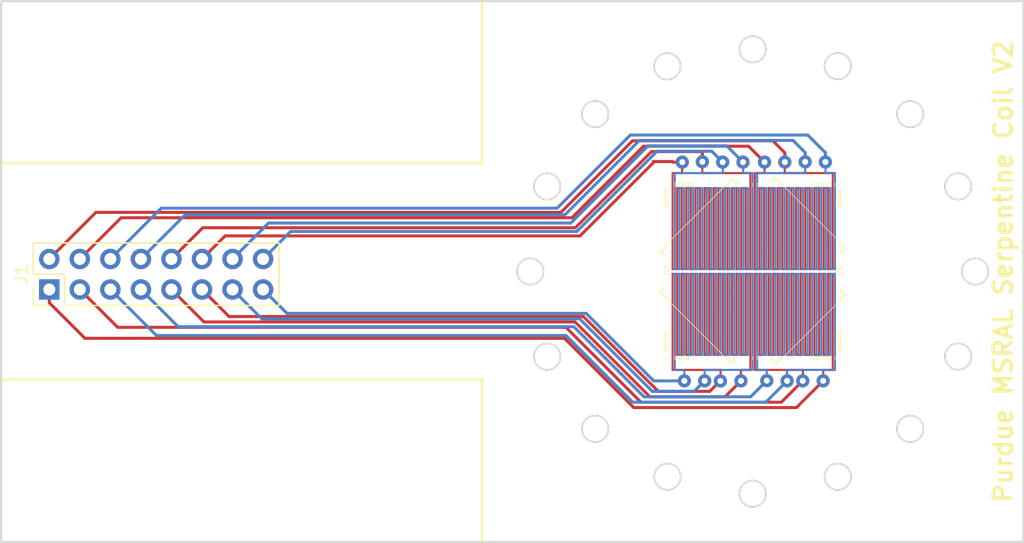
<source format=kicad_pcb>
(kicad_pcb (version 20171130) (host pcbnew "(5.0.0)")

  (general
    (thickness 1.6)
    (drawings 263)
    (tracks 92)
    (zones 0)
    (modules 3)
    (nets 17)
  )

  (page A4)
  (layers
    (0 F.Cu signal)
    (31 B.Cu signal)
    (32 B.Adhes user)
    (33 F.Adhes user)
    (34 B.Paste user)
    (35 F.Paste user)
    (36 B.SilkS user)
    (37 F.SilkS user)
    (38 B.Mask user)
    (39 F.Mask user)
    (40 Dwgs.User user)
    (41 Cmts.User user)
    (42 Eco1.User user)
    (43 Eco2.User user)
    (44 Edge.Cuts user)
    (45 Margin user)
    (46 B.CrtYd user)
    (47 F.CrtYd user)
    (48 B.Fab user)
    (49 F.Fab user)
  )

  (setup
    (last_trace_width 0.25)
    (trace_clearance 0.2)
    (zone_clearance 0.508)
    (zone_45_only no)
    (trace_min 0.2)
    (segment_width 0.05)
    (edge_width 0.15)
    (via_size 0.8)
    (via_drill 0.4)
    (via_min_size 0.4)
    (via_min_drill 0.3)
    (uvia_size 0.3)
    (uvia_drill 0.1)
    (uvias_allowed no)
    (uvia_min_size 0.2)
    (uvia_min_drill 0.1)
    (pcb_text_width 0.3)
    (pcb_text_size 1.5 1.5)
    (mod_edge_width 0.15)
    (mod_text_size 1 1)
    (mod_text_width 0.15)
    (pad_size 1.1 1.1)
    (pad_drill 0.5)
    (pad_to_mask_clearance 0.2)
    (aux_axis_origin 0 0)
    (visible_elements 7FFFFFFF)
    (pcbplotparams
      (layerselection 0x010fc_ffffffff)
      (usegerberextensions false)
      (usegerberattributes false)
      (usegerberadvancedattributes false)
      (creategerberjobfile false)
      (excludeedgelayer true)
      (linewidth 0.100000)
      (plotframeref false)
      (viasonmask false)
      (mode 1)
      (useauxorigin false)
      (hpglpennumber 1)
      (hpglpenspeed 20)
      (hpglpendiameter 15.000000)
      (psnegative false)
      (psa4output false)
      (plotreference true)
      (plotvalue true)
      (plotinvisibletext false)
      (padsonsilk false)
      (subtractmaskfromsilk false)
      (outputformat 1)
      (mirror false)
      (drillshape 1)
      (scaleselection 1)
      (outputdirectory ""))
  )

  (net 0 "")
  (net 1 L1_7)
  (net 2 L1_8)
  (net 3 L1_5)
  (net 4 L1_6)
  (net 5 L1_3)
  (net 6 L1_4)
  (net 7 L1_1)
  (net 8 L1_2)
  (net 9 L2_7)
  (net 10 L2_8)
  (net 11 L2_5)
  (net 12 L2_6)
  (net 13 L2_3)
  (net 14 L2_4)
  (net 15 L2_1)
  (net 16 L2_2)

  (net_class Default "This is the default net class."
    (clearance 0.2)
    (trace_width 0.25)
    (via_dia 0.8)
    (via_drill 0.4)
    (uvia_dia 0.3)
    (uvia_drill 0.1)
    (add_net L1_1)
    (add_net L1_2)
    (add_net L1_3)
    (add_net L1_4)
    (add_net L1_5)
    (add_net L1_6)
    (add_net L1_7)
    (add_net L1_8)
    (add_net L2_1)
    (add_net L2_2)
    (add_net L2_3)
    (add_net L2_4)
    (add_net L2_5)
    (add_net L2_6)
    (add_net L2_7)
    (add_net L2_8)
  )

  (module Connector_PinHeader_2.54mm:PinHeader_2x08_P2.54mm_Vertical (layer F.Cu) (tedit 59FED5CC) (tstamp 5BC90DEF)
    (at 94 89 90)
    (descr "Through hole straight pin header, 2x08, 2.54mm pitch, double rows")
    (tags "Through hole pin header THT 2x08 2.54mm double row")
    (path /5BA112EE)
    (fp_text reference J1 (at 1.27 -2.33 90) (layer F.SilkS)
      (effects (font (size 1 1) (thickness 0.15)))
    )
    (fp_text value Conn_02x08_Odd_Even (at 1.3 21.22 90) (layer F.Fab)
      (effects (font (size 1 1) (thickness 0.15)))
    )
    (fp_line (start 0 -1.27) (end 3.81 -1.27) (layer F.Fab) (width 0.1))
    (fp_line (start 3.81 -1.27) (end 3.81 19.05) (layer F.Fab) (width 0.1))
    (fp_line (start 3.81 19.05) (end -1.27 19.05) (layer F.Fab) (width 0.1))
    (fp_line (start -1.27 19.05) (end -1.27 0) (layer F.Fab) (width 0.1))
    (fp_line (start -1.27 0) (end 0 -1.27) (layer F.Fab) (width 0.1))
    (fp_line (start -1.33 19.11) (end 3.87 19.11) (layer F.SilkS) (width 0.12))
    (fp_line (start -1.33 1.27) (end -1.33 19.11) (layer F.SilkS) (width 0.12))
    (fp_line (start 3.87 -1.33) (end 3.87 19.11) (layer F.SilkS) (width 0.12))
    (fp_line (start -1.33 1.27) (end 1.27 1.27) (layer F.SilkS) (width 0.12))
    (fp_line (start 1.27 1.27) (end 1.27 -1.33) (layer F.SilkS) (width 0.12))
    (fp_line (start 1.27 -1.33) (end 3.87 -1.33) (layer F.SilkS) (width 0.12))
    (fp_line (start -1.33 0) (end -1.33 -1.33) (layer F.SilkS) (width 0.12))
    (fp_line (start -1.33 -1.33) (end 0 -1.33) (layer F.SilkS) (width 0.12))
    (fp_line (start -1.8 -1.8) (end -1.8 19.55) (layer F.CrtYd) (width 0.05))
    (fp_line (start -1.8 19.55) (end 4.35 19.55) (layer F.CrtYd) (width 0.05))
    (fp_line (start 4.35 19.55) (end 4.35 -1.8) (layer F.CrtYd) (width 0.05))
    (fp_line (start 4.35 -1.8) (end -1.8 -1.8) (layer F.CrtYd) (width 0.05))
    (fp_text user %R (at 1.27 8.89 180) (layer F.Fab)
      (effects (font (size 1 1) (thickness 0.15)))
    )
    (pad 1 thru_hole rect (at 0 0 90) (size 1.7 1.7) (drill 1) (layers *.Cu *.Mask)
      (net 7 L1_1))
    (pad 2 thru_hole oval (at 2.54 0 90) (size 1.7 1.7) (drill 1) (layers *.Cu *.Mask)
      (net 8 L1_2))
    (pad 3 thru_hole oval (at 0 2.54 90) (size 1.7 1.7) (drill 1) (layers *.Cu *.Mask)
      (net 5 L1_3))
    (pad 4 thru_hole oval (at 2.54 2.54 90) (size 1.7 1.7) (drill 1) (layers *.Cu *.Mask)
      (net 6 L1_4))
    (pad 5 thru_hole oval (at 0 5.08 90) (size 1.7 1.7) (drill 1) (layers *.Cu *.Mask)
      (net 15 L2_1))
    (pad 6 thru_hole oval (at 2.54 5.08 90) (size 1.7 1.7) (drill 1) (layers *.Cu *.Mask)
      (net 16 L2_2))
    (pad 7 thru_hole oval (at 0 7.62 90) (size 1.7 1.7) (drill 1) (layers *.Cu *.Mask)
      (net 13 L2_3))
    (pad 8 thru_hole oval (at 2.54 7.62 90) (size 1.7 1.7) (drill 1) (layers *.Cu *.Mask)
      (net 14 L2_4))
    (pad 9 thru_hole oval (at 0 10.16 90) (size 1.7 1.7) (drill 1) (layers *.Cu *.Mask)
      (net 3 L1_5))
    (pad 10 thru_hole oval (at 2.54 10.16 90) (size 1.7 1.7) (drill 1) (layers *.Cu *.Mask)
      (net 4 L1_6))
    (pad 11 thru_hole oval (at 0 12.7 90) (size 1.7 1.7) (drill 1) (layers *.Cu *.Mask)
      (net 1 L1_7))
    (pad 12 thru_hole oval (at 2.54 12.7 90) (size 1.7 1.7) (drill 1) (layers *.Cu *.Mask)
      (net 2 L1_8))
    (pad 13 thru_hole oval (at 0 15.24 90) (size 1.7 1.7) (drill 1) (layers *.Cu *.Mask)
      (net 11 L2_5))
    (pad 14 thru_hole oval (at 2.54 15.24 90) (size 1.7 1.7) (drill 1) (layers *.Cu *.Mask)
      (net 12 L2_6))
    (pad 15 thru_hole oval (at 0 17.78 90) (size 1.7 1.7) (drill 1) (layers *.Cu *.Mask)
      (net 9 L2_7))
    (pad 16 thru_hole oval (at 2.54 17.78 90) (size 1.7 1.7) (drill 1) (layers *.Cu *.Mask)
      (net 10 L2_8))
    (model ${KISYS3DMOD}/Connector_PinHeader_2.54mm.3dshapes/PinHeader_2x08_P2.54mm_Vertical.wrl
      (at (xyz 0 0 0))
      (scale (xyz 1 1 1))
      (rotate (xyz 0 0 0))
    )
  )

  (module Coil_Footprints:SCoil_L1_9mils_manual (layer F.Cu) (tedit 5BAA34B0) (tstamp 5BA9F992)
    (at 152.4346 87.50568 180)
    (path /5BA117ED)
    (fp_text reference L1 (at -0.11 11.76 180) (layer F.SilkS) hide
      (effects (font (size 1.524 1.524) (thickness 0.3)))
    )
    (fp_text value Coil_9mils (at -0.05 -13.64 180) (layer F.SilkS) hide
      (effects (font (size 1.524 1.524) (thickness 0.3)))
    )
    (fp_poly (pts (xy -6.26745 6.864349) (xy -6.154208 6.865477) (xy -6.040966 6.866604) (xy -6.040966 3.492569)
      (xy -6.040967 0.118533) (xy -5.507566 0.118533) (xy -5.507566 6.866466) (xy -5.278967 6.866466)
      (xy -5.278967 0.118533) (xy -4.745566 0.118533) (xy -4.745566 6.866466) (xy -4.516966 6.866466)
      (xy -4.516966 0.118533) (xy -3.983566 0.118533) (xy -3.983566 6.866466) (xy -3.754966 6.866466)
      (xy -3.754966 0.118533) (xy -3.221567 0.118533) (xy -3.221567 6.866466) (xy -2.992967 6.866466)
      (xy -2.992967 0.118533) (xy -2.459566 0.118533) (xy -2.459566 6.866604) (xy -2.346325 6.865477)
      (xy -2.233083 6.864349) (xy -2.233083 0.118533) (xy -1.699683 0.118533) (xy -1.699683 6.864349)
      (xy -1.586441 6.865477) (xy -1.4732 6.866604) (xy -1.4732 0.118533) (xy -0.9398 0.118533)
      (xy -0.9398 6.866466) (xy -0.7112 6.866466) (xy -0.7112 0.118533) (xy -0.1778 0.118533)
      (xy -0.1778 8.276166) (xy -0.9652 8.276166) (xy -0.9652 8.626789) (xy -0.947653 8.629753)
      (xy -0.918874 8.636658) (xy -0.885881 8.647929) (xy -0.850977 8.662526) (xy -0.816466 8.679413)
      (xy -0.784653 8.697552) (xy -0.759883 8.71435) (xy -0.709542 8.757268) (xy -0.666007 8.804815)
      (xy -0.62944 8.856382) (xy -0.600003 8.911363) (xy -0.577855 8.969147) (xy -0.563159 9.029127)
      (xy -0.556075 9.090695) (xy -0.556764 9.153242) (xy -0.565387 9.21616) (xy -0.582106 9.27884)
      (xy -0.598864 9.3226) (xy -0.62514 9.37325) (xy -0.658693 9.421658) (xy -0.698413 9.466729)
      (xy -0.743189 9.507365) (xy -0.791908 9.542471) (xy -0.84346 9.570951) (xy -0.856592 9.576877)
      (xy -0.916763 9.598266) (xy -0.979184 9.611743) (xy -1.042935 9.617248) (xy -1.107098 9.614721)
      (xy -1.170756 9.604103) (xy -1.191683 9.59876) (xy -1.222552 9.588424) (xy -1.256828 9.574047)
      (xy -1.291624 9.557043) (xy -1.324057 9.538829) (xy -1.351242 9.52082) (xy -1.35255 9.519847)
      (xy -1.401544 9.477954) (xy -1.444619 9.43043) (xy -1.4813 9.37805) (xy -1.51111 9.321584)
      (xy -1.533575 9.261805) (xy -1.547645 9.202848) (xy -1.551917 9.16662) (xy -1.553355 9.125691)
      (xy -1.552077 9.083044) (xy -1.548201 9.041665) (xy -1.541844 9.004537) (xy -1.539448 8.994588)
      (xy -1.519068 8.932758) (xy -1.49151 8.874999) (xy -1.457262 8.821791) (xy -1.416812 8.773613)
      (xy -1.370649 8.730946) (xy -1.319262 8.694267) (xy -1.263139 8.664057) (xy -1.202768 8.640795)
      (xy -1.169458 8.631506) (xy -1.1303 8.621964) (xy -1.1303 8.123766) (xy -0.3302 8.123766)
      (xy -0.3302 0.270933) (xy -0.5588 0.270933) (xy -0.5588 7.018866) (xy -1.0922 7.018866)
      (xy -1.0922 0.270933) (xy -1.320984 0.270933) (xy -1.320704 3.643841) (xy -1.320425 7.016749)
      (xy -1.587312 7.017839) (xy -1.8542 7.018929) (xy -1.8542 0.270933) (xy -2.078566 0.270933)
      (xy -2.078566 7.018929) (xy -2.345454 7.017839) (xy -2.612341 7.016749) (xy -2.611783 0.270933)
      (xy -2.840567 0.270933) (xy -2.840567 7.018866) (xy -3.373967 7.018866) (xy -3.373967 0.270933)
      (xy -3.602567 0.270933) (xy -3.602567 7.018866) (xy -4.135966 7.018866) (xy -4.135966 0.270933)
      (xy -4.364566 0.270933) (xy -4.364566 7.018866) (xy -4.897967 7.018866) (xy -4.897967 0.270933)
      (xy -5.126567 0.270933) (xy -5.126567 7.018866) (xy -5.659966 7.018866) (xy -5.659966 0.270933)
      (xy -5.88875 0.270933) (xy -5.888192 7.016749) (xy -6.155079 7.017839) (xy -6.421967 7.018929)
      (xy -6.421967 3.644931) (xy -6.421966 0.270933) (xy -6.646333 0.270933) (xy -6.646333 8.119867)
      (xy -4.6482 8.118641) (xy -2.650066 8.117416) (xy -2.650066 8.626789) (xy -2.63252 8.629753)
      (xy -2.611595 8.634634) (xy -2.585888 8.642679) (xy -2.558019 8.65294) (xy -2.530608 8.664473)
      (xy -2.512483 8.673105) (xy -2.45774 8.705479) (xy -2.407951 8.744366) (xy -2.363616 8.789079)
      (xy -2.32524 8.838931) (xy -2.293323 8.893233) (xy -2.268368 8.951296) (xy -2.250876 9.012434)
      (xy -2.24597 9.038282) (xy -2.239782 9.10167) (xy -2.241626 9.163912) (xy -2.251091 9.224452)
      (xy -2.267762 9.282733) (xy -2.291226 9.338199) (xy -2.321071 9.390293) (xy -2.356883 9.438461)
      (xy -2.39825 9.482144) (xy -2.444757 9.520788) (xy -2.495992 9.553835) (xy -2.551542 9.580729)
      (xy -2.610994 9.600915) (xy -2.67335 9.613752) (xy -2.688895 9.61535) (xy -2.708869 9.616548)
      (xy -2.730909 9.617304) (xy -2.752648 9.617572) (xy -2.771723 9.61731) (xy -2.785768 9.616472)
      (xy -2.789766 9.615907) (xy -2.796859 9.614654) (xy -2.809703 9.612498) (xy -2.825689 9.609877)
      (xy -2.827867 9.609524) (xy -2.885867 9.595955) (xy -2.942685 9.574468) (xy -2.997288 9.545608)
      (xy -3.048642 9.509924) (xy -3.095715 9.467962) (xy -3.096113 9.46756) (xy -3.137502 9.419949)
      (xy -3.17192 9.368192) (xy -3.199296 9.313053) (xy -3.219557 9.255296) (xy -3.232629 9.195686)
      (xy -3.238441 9.134986) (xy -3.236919 9.073961) (xy -3.227992 9.013374) (xy -3.211585 8.953991)
      (xy -3.187627 8.896575) (xy -3.156046 8.84189) (xy -3.155662 8.841316) (xy -3.116242 8.789927)
      (xy -3.070908 8.744356) (xy -3.020275 8.70503) (xy -2.964958 8.672379) (xy -2.905574 8.646831)
      (xy -2.854325 8.631496) (xy -2.815167 8.621964) (xy -2.815167 8.276166) (xy -6.798733 8.276166)
      (xy -6.798733 4.312337) (xy -6.798736 4.12864) (xy -6.798745 3.946782) (xy -6.79876 3.766955)
      (xy -6.79878 3.589352) (xy -6.798806 3.414165) (xy -6.798837 3.241587) (xy -6.798873 3.07181)
      (xy -6.798914 2.905027) (xy -6.798961 2.741429) (xy -6.799012 2.581211) (xy -6.799068 2.424563)
      (xy -6.799128 2.271679) (xy -6.799193 2.12275) (xy -6.799262 1.97797) (xy -6.799335 1.837531)
      (xy -6.799413 1.701625) (xy -6.799494 1.570445) (xy -6.799579 1.444182) (xy -6.799668 1.323031)
      (xy -6.79976 1.207182) (xy -6.799855 1.096829) (xy -6.799954 0.992164) (xy -6.800056 0.893379)
      (xy -6.800161 0.800667) (xy -6.800269 0.71422) (xy -6.800379 0.634231) (xy -6.800492 0.560892)
      (xy -6.800607 0.494396) (xy -6.800725 0.434935) (xy -6.800845 0.382701) (xy -6.800967 0.337888)
      (xy -6.801091 0.300687) (xy -6.801217 0.27129) (xy -6.801344 0.249891) (xy -6.801473 0.236682)
      (xy -6.80153 0.233521) (xy -6.804327 0.118533) (xy -6.26745 0.118533) (xy -6.26745 6.864349)) (layer F.Cu) (width 0.01))
    (fp_poly (pts (xy 0.5842 6.866466) (xy 0.8128 6.866466) (xy 0.8128 0.118533) (xy 1.3462 0.118533)
      (xy 1.3462 6.866604) (xy 1.459442 6.865477) (xy 1.572684 6.864349) (xy 1.572684 0.118533)
      (xy 2.1082 0.118533) (xy 2.1082 6.866466) (xy 2.332567 6.866466) (xy 2.332567 0.118533)
      (xy 2.868084 0.118533) (xy 2.866931 3.492499) (xy 2.865778 6.866466) (xy 3.094567 6.866466)
      (xy 3.094567 0.118533) (xy 3.627967 0.118533) (xy 3.627967 6.866466) (xy 3.856567 6.866466)
      (xy 3.856567 0.118533) (xy 4.389967 0.118533) (xy 4.389967 6.866466) (xy 4.618567 6.866466)
      (xy 4.618567 0.118533) (xy 5.151967 0.118533) (xy 5.151967 6.866466) (xy 5.380567 6.866466)
      (xy 5.380567 0.118533) (xy 5.913967 0.118533) (xy 5.913967 6.866604) (xy 6.027208 6.865477)
      (xy 6.14045 6.864349) (xy 6.14045 0.118533) (xy 6.675967 0.118533) (xy 6.675967 8.276166)
      (xy 5.888567 8.276166) (xy 5.888567 8.625985) (xy 5.919259 8.633247) (xy 5.975774 8.650862)
      (xy 6.030224 8.676108) (xy 6.081754 8.708236) (xy 6.129508 8.746498) (xy 6.172634 8.790145)
      (xy 6.210276 8.838428) (xy 6.241581 8.890599) (xy 6.260597 8.93236) (xy 6.271646 8.961826)
      (xy 6.279916 8.98809) (xy 6.285771 9.0133) (xy 6.289575 9.039604) (xy 6.291692 9.069147)
      (xy 6.292486 9.104078) (xy 6.292513 9.120716) (xy 6.292346 9.149677) (xy 6.291909 9.171995)
      (xy 6.291027 9.189492) (xy 6.289524 9.203991) (xy 6.287225 9.217315) (xy 6.283956 9.231285)
      (xy 6.280706 9.243483) (xy 6.259905 9.304011) (xy 6.231617 9.361903) (xy 6.196598 9.415861)
      (xy 6.1556 9.464588) (xy 6.14739 9.472956) (xy 6.09922 9.515108) (xy 6.047082 9.550116)
      (xy 5.991671 9.577904) (xy 5.93368 9.598396) (xy 5.873805 9.611515) (xy 5.81274 9.617185)
      (xy 5.751179 9.615329) (xy 5.689817 9.605871) (xy 5.629349 9.588735) (xy 5.570468 9.563844)
      (xy 5.529277 9.540973) (xy 5.502862 9.522458) (xy 5.474127 9.498483) (xy 5.444958 9.47094)
      (xy 5.41724 9.441717) (xy 5.392859 9.412704) (xy 5.373699 9.38579) (xy 5.372422 9.383742)
      (xy 5.345585 9.33373) (xy 5.323348 9.278995) (xy 5.308417 9.228666) (xy 5.304483 9.211221)
      (xy 5.30173 9.194943) (xy 5.299964 9.177652) (xy 5.298989 9.157163) (xy 5.298611 9.131293)
      (xy 5.298582 9.1186) (xy 5.29903 9.083726) (xy 5.300624 9.054741) (xy 5.303756 9.029099)
      (xy 5.308813 9.004258) (xy 5.316186 8.977671) (xy 5.323742 8.954246) (xy 5.34698 8.898061)
      (xy 5.37751 8.84518) (xy 5.414586 8.796254) (xy 5.457459 8.751933) (xy 5.505381 8.712868)
      (xy 5.557606 8.679711) (xy 5.613386 8.65311) (xy 5.671972 8.633719) (xy 5.699125 8.627503)
      (xy 5.723467 8.622699) (xy 5.723467 8.123766) (xy 6.523567 8.123766) (xy 6.523567 0.270933)
      (xy 6.294967 0.270933) (xy 6.294967 7.018929) (xy 6.028079 7.017839) (xy 5.761192 7.016749)
      (xy 5.761471 3.643841) (xy 5.761751 0.270933) (xy 5.532967 0.270933) (xy 5.532967 7.018866)
      (xy 4.999567 7.018866) (xy 4.999567 0.270933) (xy 4.770967 0.270933) (xy 4.770967 7.018866)
      (xy 4.237567 7.018866) (xy 4.237567 0.270933) (xy 4.008967 0.270933) (xy 4.008967 7.018866)
      (xy 3.475567 7.018866) (xy 3.475567 0.270933) (xy 3.246967 0.270933) (xy 3.246967 7.018866)
      (xy 2.713567 7.018866) (xy 2.713567 0.270933) (xy 2.484778 0.270933) (xy 2.485931 3.6449)
      (xy 2.487084 7.018866) (xy 1.951567 7.018866) (xy 1.951567 0.270933) (xy 1.7272 0.270933)
      (xy 1.7272 7.018929) (xy 1.460313 7.017839) (xy 1.193425 7.016749) (xy 1.193705 3.643841)
      (xy 1.193984 0.270933) (xy 0.9652 0.270933) (xy 0.9652 7.018866) (xy 0.4318 7.018866)
      (xy 0.4318 0.270933) (xy 0.2032 0.270933) (xy 0.2032 8.119865) (xy 4.201584 8.118861)
      (xy 4.201584 8.624549) (xy 4.239597 8.634658) (xy 4.300797 8.655141) (xy 4.357729 8.682619)
      (xy 4.409973 8.716543) (xy 4.457111 8.756365) (xy 4.498724 8.801539) (xy 4.534391 8.851517)
      (xy 4.563695 8.905752) (xy 4.586217 8.963695) (xy 4.601536 9.024801) (xy 4.609234 9.088521)
      (xy 4.6101 9.1186) (xy 4.606044 9.183644) (xy 4.594127 9.246215) (xy 4.574727 9.305789)
      (xy 4.548223 9.361843) (xy 4.514993 9.413853) (xy 4.475416 9.461296) (xy 4.42987 9.503649)
      (xy 4.378732 9.540388) (xy 4.322382 9.570989) (xy 4.267264 9.592938) (xy 4.219678 9.605709)
      (xy 4.16798 9.614009) (xy 4.115208 9.617562) (xy 4.0644 9.616094) (xy 4.041076 9.613448)
      (xy 3.978657 9.600149) (xy 3.918877 9.579112) (xy 3.862427 9.550838) (xy 3.810001 9.51583)
      (xy 3.76229 9.474589) (xy 3.719987 9.427616) (xy 3.683786 9.375415) (xy 3.664812 9.34085)
      (xy 3.639775 9.281433) (xy 3.622794 9.220651) (xy 3.613708 9.159177) (xy 3.612355 9.097685)
      (xy 3.618574 9.036848) (xy 3.632204 8.977339) (xy 3.653083 8.919831) (xy 3.681049 8.864999)
      (xy 3.715942 8.813516) (xy 3.7576 8.766054) (xy 3.805861 8.723288) (xy 3.814388 8.716774)
      (xy 3.856127 8.689252) (xy 3.902768 8.664883) (xy 3.95153 8.644912) (xy 3.99963 8.630583)
      (xy 4.014259 8.627424) (xy 4.0386 8.622699) (xy 4.0386 8.276166) (xy 0.0508 8.276166)
      (xy 0.0508 0.118533) (xy 0.5842 0.118533) (xy 0.5842 6.866466)) (layer F.Cu) (width 0.01))
    (fp_poly (pts (xy -4.170733 -9.605136) (xy -4.157249 -9.60313) (xy -4.095317 -9.589177) (xy -4.037259 -9.567931)
      (xy -3.982638 -9.539162) (xy -3.931015 -9.502645) (xy -3.885671 -9.461886) (xy -3.842988 -9.413668)
      (xy -3.807574 -9.361774) (xy -3.77944 -9.306884) (xy -3.758597 -9.249681) (xy -3.745056 -9.190847)
      (xy -3.738827 -9.131064) (xy -3.739922 -9.071013) (xy -3.748351 -9.011377) (xy -3.764125 -8.952837)
      (xy -3.787255 -8.896075) (xy -3.817752 -8.841773) (xy -3.855626 -8.790614) (xy -3.874675 -8.769227)
      (xy -3.922534 -8.723906) (xy -3.973603 -8.686335) (xy -4.028317 -8.656264) (xy -4.087108 -8.633446)
      (xy -4.132791 -8.621238) (xy -4.1656 -8.613984) (xy -4.1656 -8.2677) (xy -0.1778 -8.2677)
      (xy -0.1778 -0.110067) (xy -0.7112 -0.110067) (xy -0.7112 -6.858) (xy -0.9398 -6.858)
      (xy -0.9398 -0.110067) (xy -1.4732 -0.110067) (xy -1.4732 -6.858) (xy -1.587594 -6.858001)
      (xy -1.701989 -6.858001) (xy -1.699683 -0.110067) (xy -2.233083 -0.110067) (xy -2.233083 -6.855884)
      (xy -2.346325 -6.857011) (xy -2.459566 -6.858139) (xy -2.459566 -0.110067) (xy -2.995083 -0.110067)
      (xy -2.993933 -3.484034) (xy -2.992782 -6.858) (xy -3.221567 -6.858) (xy -3.221567 -0.110067)
      (xy -3.754966 -0.110067) (xy -3.754966 -6.858) (xy -3.983566 -6.858) (xy -3.983566 -0.110067)
      (xy -4.516966 -0.110067) (xy -4.516966 -6.858) (xy -4.745566 -6.858) (xy -4.745566 -0.110067)
      (xy -5.278967 -0.110067) (xy -5.278967 -6.858) (xy -5.507566 -6.858) (xy -5.507566 -0.110067)
      (xy -6.040967 -0.110067) (xy -6.040967 -6.858) (xy -6.269755 -6.858) (xy -6.268603 -3.484034)
      (xy -6.26745 -0.110067) (xy -6.80085 -0.110067) (xy -6.798892 -8.269817) (xy -6.407229 -8.268201)
      (xy -6.015567 -8.266586) (xy -6.015567 -8.618394) (xy -6.029325 -8.621142) (xy -6.05155 -8.626765)
      (xy -6.07819 -8.635311) (xy -6.106207 -8.645691) (xy -6.132561 -8.656814) (xy -6.144683 -8.66257)
      (xy -6.201673 -8.695579) (xy -6.252911 -8.73471) (xy -6.298135 -8.779638) (xy -6.337081 -8.830041)
      (xy -6.369487 -8.885592) (xy -6.395091 -8.945968) (xy -6.40788 -8.987345) (xy -6.414627 -9.020161)
      (xy -6.419196 -9.058309) (xy -6.42147 -9.098908) (xy -6.421332 -9.139079) (xy -6.418663 -9.17594)
      (xy -6.416265 -9.192684) (xy -6.401263 -9.255281) (xy -6.379077 -9.314136) (xy -6.35027 -9.368845)
      (xy -6.315404 -9.419007) (xy -6.275042 -9.464219) (xy -6.229748 -9.504079) (xy -6.180084 -9.538184)
      (xy -6.126613 -9.566132) (xy -6.069899 -9.58752) (xy -6.010503 -9.601946) (xy -5.948989 -9.609008)
      (xy -5.885921 -9.608302) (xy -5.842116 -9.60313) (xy -5.780395 -9.589) (xy -5.722019 -9.567504)
      (xy -5.667455 -9.53922) (xy -5.61717 -9.504725) (xy -5.571631 -9.464596) (xy -5.531305 -9.419409)
      (xy -5.496659 -9.36974) (xy -5.468161 -9.316168) (xy -5.446276 -9.259268) (xy -5.431471 -9.199618)
      (xy -5.424215 -9.137795) (xy -5.424174 -9.08685) (xy -5.431423 -9.021079) (xy -5.44626 -8.959041)
      (xy -5.468743 -8.900602) (xy -5.498931 -8.845627) (xy -5.53688 -8.793981) (xy -5.560437 -8.767621)
      (xy -5.609005 -8.722348) (xy -5.661236 -8.684692) (xy -5.717292 -8.654562) (xy -5.777331 -8.631866)
      (xy -5.817658 -8.621258) (xy -5.850466 -8.613984) (xy -5.850466 -8.1153) (xy -6.646333 -8.1153)
      (xy -6.646333 -0.262467) (xy -6.421966 -0.262467) (xy -6.421966 -7.010464) (xy -5.888192 -7.008284)
      (xy -5.888471 -3.635375) (xy -5.88875 -0.262467) (xy -5.659966 -0.262467) (xy -5.659966 -7.0104)
      (xy -5.126567 -7.0104) (xy -5.126567 -0.262467) (xy -4.897967 -0.262467) (xy -4.897967 -7.0104)
      (xy -4.364566 -7.0104) (xy -4.364566 -0.262467) (xy -4.135966 -0.262467) (xy -4.135966 -7.0104)
      (xy -3.602567 -7.0104) (xy -3.602567 -0.262467) (xy -3.373967 -0.262467) (xy -3.373967 -7.0104)
      (xy -2.840567 -7.0104) (xy -2.840567 -0.262467) (xy -2.611778 -0.262467) (xy -2.61293 -3.636434)
      (xy -2.614083 -7.010401) (xy -2.346325 -7.010401) (xy -2.078566 -7.0104) (xy -2.078566 -0.262467)
      (xy -1.8542 -0.262467) (xy -1.8542 -7.0104) (xy -1.586441 -7.010401) (xy -1.318683 -7.010401)
      (xy -1.320989 -0.262467) (xy -1.0922 -0.262467) (xy -1.0922 -7.0104) (xy -0.5588 -7.0104)
      (xy -0.5588 -0.262467) (xy -0.3302 -0.262467) (xy -0.3302 -8.111392) (xy -2.329391 -8.110902)
      (xy -4.328583 -8.110412) (xy -4.328583 -8.616599) (xy -4.3434 -8.620416) (xy -4.407148 -8.640151)
      (xy -4.464783 -8.665113) (xy -4.517218 -8.695804) (xy -4.565366 -8.732726) (xy -4.59114 -8.756651)
      (xy -4.634619 -8.805355) (xy -4.670507 -8.857784) (xy -4.698747 -8.913803) (xy -4.719285 -8.973277)
      (xy -4.732065 -9.036069) (xy -4.737031 -9.102046) (xy -4.7371 -9.110995) (xy -4.733101 -9.174896)
      (xy -4.721446 -9.236135) (xy -4.702647 -9.294276) (xy -4.677215 -9.348885) (xy -4.645663 -9.399527)
      (xy -4.608502 -9.445769) (xy -4.566245 -9.487175) (xy -4.519402 -9.523312) (xy -4.468487 -9.553744)
      (xy -4.414011 -9.578038) (xy -4.356485 -9.595758) (xy -4.296423 -9.606471) (xy -4.234335 -9.609742)
      (xy -4.170733 -9.605136)) (layer F.Cu) (width 0.01))
    (fp_poly (pts (xy 0.977382 -9.60741) (xy 0.997228 -9.605127) (xy 1.053368 -9.593539) (xy 1.109141 -9.574833)
      (xy 1.163083 -9.549804) (xy 1.213728 -9.519246) (xy 1.259609 -9.483952) (xy 1.299263 -9.444715)
      (xy 1.304346 -9.43882) (xy 1.34437 -9.385955) (xy 1.376201 -9.331662) (xy 1.400075 -9.275302)
      (xy 1.416227 -9.216235) (xy 1.424894 -9.153823) (xy 1.426634 -9.10793) (xy 1.422528 -9.043543)
      (xy 1.41046 -8.981248) (xy 1.390801 -8.921647) (xy 1.363922 -8.865342) (xy 1.330194 -8.812934)
      (xy 1.28999 -8.765025) (xy 1.243681 -8.722217) (xy 1.191638 -8.685112) (xy 1.15168 -8.662694)
      (xy 1.132751 -8.654095) (xy 1.10932 -8.644818) (xy 1.084145 -8.635828) (xy 1.059986 -8.62809)
      (xy 1.0396 -8.622569) (xy 1.032933 -8.621162) (xy 1.026727 -8.620295) (xy 1.021446 -8.619732)
      (xy 1.017014 -8.618835) (xy 1.013359 -8.616966) (xy 1.010406 -8.613485) (xy 1.008083 -8.607754)
      (xy 1.006314 -8.599136) (xy 1.005027 -8.586991) (xy 1.004148 -8.570682) (xy 1.003602 -8.549569)
      (xy 1.003316 -8.523015) (xy 1.003217 -8.49038) (xy 1.003229 -8.451027) (xy 1.003281 -8.404317)
      (xy 1.0033 -8.364782) (xy 1.0033 -8.1153) (xy 0.2032 -8.1153) (xy 0.2032 -0.262467)
      (xy 0.4318 -0.262467) (xy 0.4318 -7.0104) (xy 0.9652 -7.0104) (xy 0.9652 -0.262467)
      (xy 1.193984 -0.262467) (xy 1.193705 -3.635375) (xy 1.193425 -7.008284) (xy 1.460313 -7.009374)
      (xy 1.7272 -7.010464) (xy 1.7272 -0.262467) (xy 1.951567 -0.262467) (xy 1.951567 -7.0104)
      (xy 2.219325 -7.010401) (xy 2.487084 -7.010401) (xy 2.484778 -0.262467) (xy 2.713567 -0.262467)
      (xy 2.713567 -7.0104) (xy 3.246967 -7.0104) (xy 3.246967 -0.262467) (xy 3.475567 -0.262467)
      (xy 3.475567 -7.0104) (xy 4.008967 -7.0104) (xy 4.008967 -0.262467) (xy 4.237567 -0.262467)
      (xy 4.237567 -7.0104) (xy 4.770967 -7.0104) (xy 4.770967 -0.262467) (xy 4.999567 -0.262467)
      (xy 4.999567 -7.0104) (xy 5.532967 -7.0104) (xy 5.532967 -0.262467) (xy 5.761751 -0.262467)
      (xy 5.761471 -3.635375) (xy 5.761192 -7.008284) (xy 6.028079 -7.009374) (xy 6.294967 -7.010464)
      (xy 6.294967 -0.262467) (xy 6.523571 -0.262467) (xy 6.522511 -4.185709) (xy 6.52145 -8.10895)
      (xy 2.523066 -8.10895) (xy 2.523067 -8.364009) (xy 2.523042 -8.417816) (xy 2.522959 -8.463743)
      (xy 2.522803 -8.502374) (xy 2.522562 -8.534295) (xy 2.522223 -8.560092) (xy 2.52177 -8.58035)
      (xy 2.521192 -8.595655) (xy 2.520474 -8.606592) (xy 2.519603 -8.613747) (xy 2.518566 -8.617705)
      (xy 2.517348 -8.619053) (xy 2.51719 -8.619067) (xy 2.506234 -8.620673) (xy 2.489446 -8.625055)
      (xy 2.468734 -8.631561) (xy 2.446007 -8.63954) (xy 2.423175 -8.648338) (xy 2.402146 -8.657303)
      (xy 2.393669 -8.661272) (xy 2.339397 -8.692158) (xy 2.289347 -8.729755) (xy 2.244252 -8.773226)
      (xy 2.204847 -8.821733) (xy 2.171867 -8.874437) (xy 2.146046 -8.930501) (xy 2.13817 -8.952801)
      (xy 2.128676 -8.984355) (xy 2.121992 -9.012722) (xy 2.117706 -9.0407) (xy 2.115407 -9.071085)
      (xy 2.114682 -9.106674) (xy 2.114682 -9.11225) (xy 2.116542 -9.162952) (xy 2.122262 -9.208348)
      (xy 2.132388 -9.250925) (xy 2.147469 -9.293168) (xy 2.161288 -9.323917) (xy 2.178481 -9.357365)
      (xy 2.195866 -9.386044) (xy 2.215249 -9.412468) (xy 2.238437 -9.439153) (xy 2.260305 -9.461744)
      (xy 2.303391 -9.501133) (xy 2.346914 -9.533244) (xy 2.392597 -9.559167) (xy 2.442163 -9.579993)
      (xy 2.453333 -9.583856) (xy 2.515136 -9.600285) (xy 2.576895 -9.608611) (xy 2.638031 -9.609181)
      (xy 2.697966 -9.602342) (xy 2.756121 -9.58844) (xy 2.811916 -9.567824) (xy 2.864775 -9.540839)
      (xy 2.914118 -9.507832) (xy 2.959366 -9.469151) (xy 2.999941 -9.425142) (xy 3.035264 -9.376152)
      (xy 3.064757 -9.322528) (xy 3.087841 -9.264618) (xy 3.103937 -9.202767) (xy 3.105799 -9.192684)
      (xy 3.109816 -9.158651) (xy 3.111243 -9.119835) (xy 3.110197 -9.079113) (xy 3.106796 -9.039362)
      (xy 3.101157 -9.00346) (xy 3.097406 -8.987367) (xy 3.076316 -8.92407) (xy 3.048246 -8.865363)
      (xy 3.013469 -8.811582) (xy 2.972256 -8.763061) (xy 2.92488 -8.720137) (xy 2.871611 -8.683145)
      (xy 2.834217 -8.66257) (xy 2.809769 -8.651405) (xy 2.782335 -8.640549) (xy 2.754811 -8.631033)
      (xy 2.730098 -8.623888) (xy 2.7178 -8.621163) (xy 2.710481 -8.620057) (xy 2.704466 -8.619174)
      (xy 2.69963 -8.617744) (xy 2.695844 -8.614993) (xy 2.692983 -8.61015) (xy 2.690919 -8.602444)
      (xy 2.689525 -8.591101) (xy 2.688674 -8.575351) (xy 2.688239 -8.55442) (xy 2.688094 -8.527538)
      (xy 2.688111 -8.493932) (xy 2.688163 -8.452831) (xy 2.688167 -8.440982) (xy 2.688167 -8.2677)
      (xy 6.675967 -8.2677) (xy 6.675967 -0.110067) (xy 6.14045 -0.110067) (xy 6.141603 -3.484034)
      (xy 6.142756 -6.858) (xy 5.913967 -6.858) (xy 5.913967 -0.110067) (xy 5.380567 -0.110067)
      (xy 5.380567 -6.858) (xy 5.151967 -6.858) (xy 5.151967 -0.110067) (xy 4.618567 -0.110067)
      (xy 4.618567 -6.858) (xy 4.389967 -6.858) (xy 4.389967 -0.110067) (xy 3.856567 -0.110067)
      (xy 3.856567 -6.858) (xy 3.627967 -6.858) (xy 3.627967 -0.110067) (xy 3.094567 -0.110067)
      (xy 3.094567 -6.858) (xy 2.865778 -6.858) (xy 2.866931 -3.484034) (xy 2.868084 -0.110067)
      (xy 2.332567 -0.110067) (xy 2.332567 -6.858) (xy 2.1082 -6.858) (xy 2.1082 -0.110067)
      (xy 1.572684 -0.110067) (xy 1.573836 -3.484034) (xy 1.574989 -6.858001) (xy 1.460595 -6.858001)
      (xy 1.3462 -6.858) (xy 1.3462 -0.110067) (xy 0.8128 -0.110067) (xy 0.8128 -6.858)
      (xy 0.5842 -6.858) (xy 0.5842 -0.110067) (xy 0.0508 -0.110067) (xy 0.0508 -8.270512)
      (xy 0.8382 -8.266542) (xy 0.8382 -8.61772) (xy 0.813858 -8.62313) (xy 0.770593 -8.635599)
      (xy 0.725237 -8.653785) (xy 0.680473 -8.676409) (xy 0.638981 -8.702192) (xy 0.62184 -8.714677)
      (xy 0.6091 -8.725397) (xy 0.592978 -8.74029) (xy 0.575735 -8.757213) (xy 0.562573 -8.770857)
      (xy 0.521656 -8.820516) (xy 0.488012 -8.874011) (xy 0.461751 -8.930669) (xy 0.44298 -8.989818)
      (xy 0.431806 -9.050785) (xy 0.428338 -9.112896) (xy 0.432684 -9.17548) (xy 0.444952 -9.237863)
      (xy 0.465249 -9.299372) (xy 0.474351 -9.320748) (xy 0.499958 -9.368271) (xy 0.532807 -9.414495)
      (xy 0.571675 -9.458179) (xy 0.615337 -9.498076) (xy 0.66257 -9.532945) (xy 0.710439 -9.560684)
      (xy 0.757958 -9.5806) (xy 0.810485 -9.595552) (xy 0.865946 -9.605218) (xy 0.922269 -9.609278)
      (xy 0.977382 -9.60741)) (layer F.Cu) (width 0.01))
    (pad 1 thru_hole circle (at -5.93 -9.1 180) (size 1.1 1.1) (drill 0.5) (layers *.Cu *.Mask)
      (net 7 L1_1))
    (pad 2 thru_hole circle (at -2.74 9.11 180) (size 1.1 1.1) (drill 0.5) (layers *.Cu *.Mask)
      (net 8 L1_2))
    (pad 3 thru_hole circle (at -4.23 -9.1 180) (size 1.1 1.1) (drill 0.5) (layers *.Cu *.Mask)
      (net 5 L1_3))
    (pad 4 thru_hole circle (at -1.05 9.11 180) (size 1.1 1.1) (drill 0.5) (layers *.Cu *.Mask)
      (net 6 L1_4))
    (pad 5 thru_hole circle (at 0.91 -9.1 180) (size 1.1 1.1) (drill 0.5) (layers *.Cu *.Mask)
      (net 3 L1_5))
    (pad 6 thru_hole circle (at 4.12 9.14 180) (size 1.1 1.1) (drill 0.5) (layers *.Cu *.Mask)
      (net 4 L1_6))
    (pad 7 thru_hole circle (at 2.62 -9.11 180) (size 1.1 1.1) (drill 0.5) (layers *.Cu *.Mask)
      (net 1 L1_7))
    (pad 8 thru_hole circle (at 5.79 9.11 180) (size 1.1 1.1) (drill 0.5) (layers *.Cu *.Mask)
      (net 2 L1_8))
  )

  (module Coil_Footprints:SCoil_L2_9mils_manual (layer F.Cu) (tedit 5BA9F570) (tstamp 5BA9F9A2)
    (at 152.75654 87.486402 180)
    (path /5BA11876)
    (fp_text reference L2 (at -0.08 -15.79 180) (layer F.SilkS) hide
      (effects (font (size 1.524 1.524) (thickness 0.3)))
    )
    (fp_text value Coil_9mils (at 0.16 -13.26 180) (layer F.SilkS) hide
      (effects (font (size 1.524 1.524) (thickness 0.3)))
    )
    (fp_poly (pts (xy -0.804333 6.8453) (xy -0.575545 6.8453) (xy -0.575833 3.472391) (xy -0.576121 0.099483)
      (xy -0.460569 0.09814) (xy -0.426341 0.097894) (xy -0.385897 0.097854) (xy -0.341483 0.098006)
      (xy -0.295348 0.098337) (xy -0.249738 0.098834) (xy -0.2069 0.099485) (xy -0.195792 0.099691)
      (xy -0.046567 0.102584) (xy -0.046567 8.255) (xy -0.060325 8.255135) (xy -0.065419 8.255144)
      (xy -0.078714 8.255151) (xy -0.099948 8.255156) (xy -0.128854 8.255161) (xy -0.165168 8.255164)
      (xy -0.208625 8.255166) (xy -0.258962 8.255167) (xy -0.315913 8.255167) (xy -0.379213 8.255166)
      (xy -0.448598 8.255163) (xy -0.523804 8.25516) (xy -0.604565 8.255155) (xy -0.690618 8.25515)
      (xy -0.781697 8.255143) (xy -0.877537 8.255135) (xy -0.977875 8.255126) (xy -1.082445 8.255117)
      (xy -1.190984 8.255106) (xy -1.303225 8.255094) (xy -1.418905 8.255082) (xy -1.537759 8.255068)
      (xy -1.659523 8.255054) (xy -1.783931 8.255038) (xy -1.910719 8.255022) (xy -2.039623 8.255005)
      (xy -2.052108 8.255003) (xy -4.030133 8.254736) (xy -4.030133 8.605405) (xy -4.010025 8.608413)
      (xy -3.987669 8.613083) (xy -3.960751 8.62074) (xy -3.932205 8.630426) (xy -3.90496 8.641185)
      (xy -3.892399 8.646829) (xy -3.840189 8.675974) (xy -3.790764 8.712275) (xy -3.745305 8.754577)
      (xy -3.704993 8.801723) (xy -3.671007 8.852555) (xy -3.658036 8.876436) (xy -3.634593 8.931999)
      (xy -3.618219 8.991064) (xy -3.609011 9.052329) (xy -3.607065 9.114494) (xy -3.612478 9.176257)
      (xy -3.625348 9.236316) (xy -3.630087 9.251991) (xy -3.653312 9.310672) (xy -3.683625 9.365526)
      (xy -3.720371 9.415981) (xy -3.762896 9.461462) (xy -3.810548 9.501397) (xy -3.86267 9.535214)
      (xy -3.91861 9.562339) (xy -3.977713 9.582199) (xy -4.01692 9.590836) (xy -4.043344 9.594249)
      (xy -4.074741 9.59638) (xy -4.108195 9.597191) (xy -4.140791 9.596645) (xy -4.169613 9.594704)
      (xy -4.183161 9.592971) (xy -4.244614 9.57903) (xy -4.303855 9.557469) (xy -4.359938 9.52885)
      (xy -4.411922 9.493734) (xy -4.458861 9.452683) (xy -4.499813 9.406257) (xy -4.502111 9.403244)
      (xy -4.537881 9.349254) (xy -4.566125 9.292309) (xy -4.586816 9.233125) (xy -4.599929 9.17242)
      (xy -4.605438 9.110911) (xy -4.603316 9.049312) (xy -4.593538 8.988343) (xy -4.576078 8.928718)
      (xy -4.55091 8.871155) (xy -4.523087 8.823856) (xy -4.483894 8.77248) (xy -4.438704 8.726815)
      (xy -4.388127 8.687275) (xy -4.332773 8.654274) (xy -4.27325 8.628227) (xy -4.210169 8.609549)
      (xy -4.206875 8.608803) (xy -4.195233 8.606205) (xy -4.195233 8.098367) (xy -0.198967 8.098367)
      (xy -0.198967 0.249767) (xy -0.423333 0.249767) (xy -0.423333 6.9977) (xy -0.95885 6.9977)
      (xy -0.95885 0.251883) (xy -1.072091 0.250756) (xy -1.185333 0.249628) (xy -1.185333 6.9977)
      (xy -1.718728 6.9977) (xy -1.719789 3.624791) (xy -1.72085 0.251883) (xy -1.834091 0.250756)
      (xy -1.947333 0.249628) (xy -1.947333 6.9977) (xy -2.480733 6.9977) (xy -2.480733 0.249767)
      (xy -2.709333 0.249767) (xy -2.709333 6.9977) (xy -3.242733 6.9977) (xy -3.242733 0.249767)
      (xy -3.471333 0.249767) (xy -3.471333 6.9977) (xy -4.004733 6.9977) (xy -4.004733 0.249628)
      (xy -4.117975 0.250756) (xy -4.231216 0.251883) (xy -4.231216 6.9977) (xy -4.766733 6.9977)
      (xy -4.766733 0.249767) (xy -4.9911 0.249767) (xy -4.9911 6.9977) (xy -5.526616 6.9977)
      (xy -5.526616 0.251883) (xy -5.639858 0.250756) (xy -5.7531 0.249628) (xy -5.7531 6.9977)
      (xy -6.286495 6.9977) (xy -6.287556 3.624791) (xy -6.288616 0.251883) (xy -6.401858 0.250756)
      (xy -6.5151 0.249628) (xy -6.5151 8.106833) (xy -5.715237 8.106833) (xy -5.717924 8.354352)
      (xy -5.718474 8.407173) (xy -5.718881 8.452137) (xy -5.719137 8.489852) (xy -5.719235 8.520926)
      (xy -5.719166 8.545967) (xy -5.718922 8.565583) (xy -5.718496 8.580383) (xy -5.717879 8.590975)
      (xy -5.717062 8.597966) (xy -5.716039 8.601966) (xy -5.714801 8.603583) (xy -5.71463 8.603648)
      (xy -5.707987 8.605372) (xy -5.695368 8.608453) (xy -5.679046 8.612341) (xy -5.671899 8.614019)
      (xy -5.611517 8.632443) (xy -5.554306 8.658642) (xy -5.500709 8.692378) (xy -5.451216 8.733367)
      (xy -5.405452 8.781881) (xy -5.36724 8.834046) (xy -5.336691 8.889605) (xy -5.31392 8.9483)
      (xy -5.299039 9.009873) (xy -5.292162 9.074067) (xy -5.291667 9.097029) (xy -5.295517 9.162925)
      (xy -5.307135 9.225529) (xy -5.326617 9.285139) (xy -5.354063 9.34205) (xy -5.389571 9.396561)
      (xy -5.391669 9.399375) (xy -5.433708 9.44855) (xy -5.480857 9.491185) (xy -5.532563 9.52703)
      (xy -5.588269 9.555838) (xy -5.647421 9.577359) (xy -5.709465 9.591346) (xy -5.773846 9.597549)
      (xy -5.831416 9.596414) (xy -5.891699 9.587981) (xy -5.951358 9.571842) (xy -6.00837 9.548627)
      (xy -6.040967 9.531268) (xy -6.094778 9.495032) (xy -6.142528 9.453312) (xy -6.183997 9.40675)
      (xy -6.218965 9.355992) (xy -6.247213 9.301679) (xy -6.268522 9.244457) (xy -6.282671 9.184968)
      (xy -6.289442 9.123856) (xy -6.288614 9.061766) (xy -6.279969 8.999339) (xy -6.263287 8.937221)
      (xy -6.253054 8.909428) (xy -6.226086 8.85327) (xy -6.192093 8.80125) (xy -6.151711 8.753896)
      (xy -6.105571 8.711734) (xy -6.05431 8.675293) (xy -5.99856 8.645101) (xy -5.938955 8.621683)
      (xy -5.891741 8.608803) (xy -5.8801 8.606205) (xy -5.8801 8.259233) (xy -6.6675 8.259233)
      (xy -6.6675 0.097367) (xy -6.1341 0.097367) (xy -6.1341 6.8453) (xy -5.905316 6.8453)
      (xy -5.905595 3.472391) (xy -5.905875 0.099483) (xy -5.638987 0.098393) (xy -5.3721 0.097303)
      (xy -5.3721 6.8453) (xy -5.147738 6.8453) (xy -5.146677 3.472391) (xy -5.145617 0.099483)
      (xy -4.613949 0.099483) (xy -4.614235 3.472391) (xy -4.614522 6.8453) (xy -4.385733 6.8453)
      (xy -4.385733 0.097367) (xy -3.852333 0.097367) (xy -3.852333 6.8453) (xy -3.623733 6.8453)
      (xy -3.623733 0.097367) (xy -3.090333 0.097367) (xy -3.090333 6.8453) (xy -2.861733 6.8453)
      (xy -2.861733 0.097367) (xy -2.328333 0.097367) (xy -2.328333 6.8453) (xy -2.099733 6.8453)
      (xy -2.099733 0.097367) (xy -1.566333 0.097367) (xy -1.566333 6.8453) (xy -1.337549 6.8453)
      (xy -1.337829 3.472391) (xy -1.338108 0.099483) (xy -1.071221 0.098393) (xy -0.804333 0.097303)
      (xy -0.804333 6.8453)) (layer B.Cu) (width 0.01))
    (fp_poly (pts (xy 4.254688 0.098393) (xy 4.521575 0.099483) (xy 4.521296 3.472391) (xy 4.521016 6.8453)
      (xy 4.7498 6.8453) (xy 4.7498 0.097367) (xy 5.2832 0.097367) (xy 5.2832 6.8453)
      (xy 5.5118 6.8453) (xy 5.5118 0.097367) (xy 6.0452 0.097367) (xy 6.0452 6.8453)
      (xy 6.2738 6.8453) (xy 6.2738 0.097367) (xy 6.8072 0.097367) (xy 6.8072 8.255)
      (xy 6.793442 8.255135) (xy 6.788348 8.255143) (xy 6.775053 8.25515) (xy 6.75382 8.255156)
      (xy 6.724913 8.255161) (xy 6.688598 8.255164) (xy 6.645139 8.255166) (xy 6.5948 8.255167)
      (xy 6.537846 8.255167) (xy 6.47454 8.255166) (xy 6.405149 8.255163) (xy 6.329936 8.25516)
      (xy 6.249166 8.255155) (xy 6.163102 8.25515) (xy 6.072011 8.255143) (xy 5.976156 8.255135)
      (xy 5.875801 8.255126) (xy 5.771212 8.255117) (xy 5.662652 8.255106) (xy 5.550386 8.255094)
      (xy 5.434679 8.255082) (xy 5.315795 8.255068) (xy 5.193999 8.255054) (xy 5.069554 8.255038)
      (xy 4.942727 8.255022) (xy 4.81378 8.255005) (xy 4.799542 8.255003) (xy 2.8194 8.254736)
      (xy 2.8194 8.430551) (xy 2.819407 8.473698) (xy 2.819453 8.509136) (xy 2.819577 8.537624)
      (xy 2.819815 8.559922) (xy 2.820207 8.576786) (xy 2.820791 8.588977) (xy 2.821604 8.597252)
      (xy 2.822684 8.60237) (xy 2.82407 8.605089) (xy 2.8258 8.606168) (xy 2.827911 8.606366)
      (xy 2.82822 8.606367) (xy 2.840881 8.607879) (xy 2.859259 8.612005) (xy 2.881244 8.618124)
      (xy 2.904725 8.625617) (xy 2.927594 8.633867) (xy 2.942304 8.639844) (xy 2.999857 8.669157)
      (xy 3.052525 8.705122) (xy 3.099861 8.747177) (xy 3.141412 8.79476) (xy 3.176728 8.84731)
      (xy 3.20536 8.904265) (xy 3.226857 8.965063) (xy 3.236986 9.007369) (xy 3.241159 9.036838)
      (xy 3.243491 9.07123) (xy 3.243987 9.107698) (xy 3.242655 9.143396) (xy 3.239501 9.175478)
      (xy 3.236554 9.192683) (xy 3.219503 9.256117) (xy 3.196145 9.314267) (xy 3.166063 9.367933)
      (xy 3.128841 9.417913) (xy 3.105573 9.443706) (xy 3.075258 9.473483) (xy 3.04603 9.497955)
      (xy 3.015083 9.519174) (xy 2.979616 9.539195) (xy 2.96545 9.546382) (xy 2.909518 9.570394)
      (xy 2.853943 9.586576) (xy 2.797199 9.595356) (xy 2.78765 9.596121) (xy 2.72422 9.597374)
      (xy 2.664711 9.591748) (xy 2.607773 9.578987) (xy 2.55205 9.558833) (xy 2.525184 9.546382)
      (xy 2.489506 9.527491) (xy 2.458924 9.508301) (xy 2.430925 9.486944) (xy 2.402997 9.461553)
      (xy 2.380819 9.438981) (xy 2.339919 9.389965) (xy 2.306313 9.337304) (xy 2.280024 9.281684)
      (xy 2.26107 9.223791) (xy 2.249474 9.164313) (xy 2.245256 9.103935) (xy 2.248435 9.043344)
      (xy 2.259034 8.983227) (xy 2.277073 8.924271) (xy 2.302572 8.867162) (xy 2.335553 8.812586)
      (xy 2.360941 8.778881) (xy 2.403597 8.73338) (xy 2.452215 8.693737) (xy 2.506447 8.660166)
      (xy 2.565944 8.632878) (xy 2.630359 8.612087) (xy 2.636309 8.610561) (xy 2.6543 8.60604)
      (xy 2.6543 8.098367) (xy 6.6548 8.098367) (xy 6.6548 0.249767) (xy 6.4262 0.249767)
      (xy 6.4262 6.9977) (xy 5.8928 6.9977) (xy 5.8928 0.249767) (xy 5.6642 0.249767)
      (xy 5.6642 6.9977) (xy 5.1308 6.9977) (xy 5.1308 0.249628) (xy 5.017559 0.250756)
      (xy 4.904317 0.251883) (xy 4.903256 3.624791) (xy 4.902195 6.9977) (xy 4.3688 6.9977)
      (xy 4.3688 0.249628) (xy 4.255559 0.250756) (xy 4.142317 0.251883) (xy 4.142317 6.9977)
      (xy 3.6068 6.9977) (xy 3.6068 0.249767) (xy 3.382434 0.249767) (xy 3.382434 6.9977)
      (xy 2.846917 6.9977) (xy 2.846917 0.251883) (xy 2.733675 0.250756) (xy 2.620434 0.249628)
      (xy 2.620434 6.9977) (xy 2.087034 6.9977) (xy 2.087034 0.249767) (xy 1.858434 0.249767)
      (xy 1.858434 6.9977) (xy 1.325033 6.9977) (xy 1.325033 0.249767) (xy 1.096433 0.249767)
      (xy 1.096433 6.9977) (xy 0.563033 6.9977) (xy 0.563033 0.249628) (xy 0.449792 0.250756)
      (xy 0.33655 0.251883) (xy 0.33549 4.179358) (xy 0.334429 8.106833) (xy 1.134533 8.106833)
      (xy 1.134533 8.606367) (xy 1.144058 8.606377) (xy 1.156481 8.607894) (xy 1.174629 8.612001)
      (xy 1.196401 8.618056) (xy 1.219696 8.625423) (xy 1.242411 8.633462) (xy 1.262446 8.641533)
      (xy 1.2681 8.64409) (xy 1.32627 8.675835) (xy 1.378812 8.713709) (xy 1.425396 8.757244)
      (xy 1.465691 8.805974) (xy 1.499366 8.859435) (xy 1.52609 8.917158) (xy 1.545532 8.97868)
      (xy 1.557362 9.043532) (xy 1.558416 9.05309) (xy 1.560473 9.114572) (xy 1.55448 9.176489)
      (xy 1.540705 9.237707) (xy 1.519417 9.297089) (xy 1.490885 9.353501) (xy 1.484973 9.363296)
      (xy 1.467547 9.388319) (xy 1.445165 9.415844) (xy 1.419745 9.443843) (xy 1.393209 9.470286)
      (xy 1.367475 9.493145) (xy 1.348204 9.507869) (xy 1.292147 9.541584) (xy 1.232964 9.567485)
      (xy 1.171005 9.585476) (xy 1.10662 9.595464) (xy 1.040159 9.597354) (xy 1.020233 9.596353)
      (xy 0.958056 9.587946) (xy 0.897775 9.571463) (xy 0.840002 9.547197) (xy 0.785344 9.51544)
      (xy 0.734413 9.476486) (xy 0.698096 9.441747) (xy 0.670796 9.41113) (xy 0.648155 9.381045)
      (xy 0.62813 9.3485) (xy 0.609278 9.311768) (xy 0.585644 9.252682) (xy 0.569934 9.191574)
      (xy 0.562111 9.12928) (xy 0.562142 9.066633) (xy 0.569991 9.004471) (xy 0.585623 8.943627)
      (xy 0.609003 8.884937) (xy 0.628732 8.847667) (xy 0.66531 8.79337) (xy 0.707757 8.745116)
      (xy 0.755843 8.703072) (xy 0.80934 8.667408) (xy 0.868017 8.638291) (xy 0.931646 8.615889)
      (xy 0.951442 8.61056) (xy 0.969433 8.60604) (xy 0.969433 8.259233) (xy 0.182033 8.259233)
      (xy 0.182033 0.097367) (xy 0.715433 0.097367) (xy 0.715433 6.8453) (xy 0.944033 6.8453)
      (xy 0.944033 0.097367) (xy 1.477434 0.097367) (xy 1.477434 6.8453) (xy 1.706034 6.8453)
      (xy 1.706034 0.097367) (xy 2.239434 0.097367) (xy 2.239434 6.8453) (xy 2.468034 6.8453)
      (xy 2.468034 0.097367) (xy 3.001434 0.097367) (xy 3.001434 6.8453) (xy 3.230222 6.8453)
      (xy 3.229936 3.472391) (xy 3.229649 0.099483) (xy 3.761317 0.099483) (xy 3.762378 3.472391)
      (xy 3.763439 6.8453) (xy 3.9878 6.8453) (xy 3.9878 0.097303) (xy 4.254688 0.098393)) (layer B.Cu) (width 0.01))
    (fp_poly (pts (xy -2.550235 -9.624186) (xy -2.49107 -9.614346) (xy -2.444237 -9.60079) (xy -2.383549 -9.575035)
      (xy -2.327523 -9.542368) (xy -2.276588 -9.503156) (xy -2.231172 -9.457767) (xy -2.191703 -9.406566)
      (xy -2.164374 -9.36106) (xy -2.139641 -9.305886) (xy -2.121926 -9.247127) (xy -2.111334 -9.186092)
      (xy -2.10797 -9.124085) (xy -2.111939 -9.062412) (xy -2.123347 -9.002379) (xy -2.132865 -8.970434)
      (xy -2.152626 -8.919905) (xy -2.176249 -8.874508) (xy -2.205088 -8.832046) (xy -2.240494 -8.790323)
      (xy -2.249819 -8.780486) (xy -2.29544 -8.738404) (xy -2.344519 -8.70337) (xy -2.398037 -8.674805)
      (xy -2.456977 -8.652131) (xy -2.479336 -8.645405) (xy -2.520193 -8.633921) (xy -2.517512 -8.380961)
      (xy -2.514831 -8.128) (xy -6.5151 -8.128) (xy -6.5151 -0.2794) (xy -6.2865 -0.2794)
      (xy -6.2865 -7.027333) (xy -5.7531 -7.027333) (xy -5.7531 -0.279262) (xy -5.639858 -0.280389)
      (xy -5.526616 -0.281517) (xy -5.526616 -7.027334) (xy -5.258858 -7.027334) (xy -4.9911 -7.027333)
      (xy -4.9911 -0.2794) (xy -4.766733 -0.2794) (xy -4.766733 -7.027333) (xy -4.498975 -7.027334)
      (xy -4.231216 -7.027334) (xy -4.231216 -0.281517) (xy -4.117975 -0.280389) (xy -4.004733 -0.279262)
      (xy -4.004733 -7.027333) (xy -3.471333 -7.027333) (xy -3.471333 -0.2794) (xy -3.242733 -0.2794)
      (xy -3.242733 -7.027333) (xy -2.709333 -7.027333) (xy -2.709333 -0.2794) (xy -2.480733 -0.2794)
      (xy -2.480733 -7.027333) (xy -1.947333 -7.027333) (xy -1.947333 -0.2794) (xy -1.718733 -0.2794)
      (xy -1.718733 -7.027333) (xy -1.185333 -7.027333) (xy -1.185333 -0.279262) (xy -1.072091 -0.280389)
      (xy -0.95885 -0.281517) (xy -0.95885 -7.027334) (xy -0.691091 -7.027334) (xy -0.423333 -7.027333)
      (xy -0.423333 -0.2794) (xy -0.198967 -0.2794) (xy -0.198967 -8.137654) (xy -0.596867 -8.135604)
      (xy -0.994767 -8.133555) (xy -0.995858 -8.383392) (xy -0.99695 -8.633228) (xy -1.030816 -8.640556)
      (xy -1.090208 -8.657655) (xy -1.1471 -8.682385) (xy -1.200684 -8.71408) (xy -1.25015 -8.752074)
      (xy -1.294691 -8.7957) (xy -1.333496 -8.844294) (xy -1.365757 -8.89719) (xy -1.380678 -8.928477)
      (xy -1.402458 -8.989057) (xy -1.416145 -9.050123) (xy -1.422044 -9.111091) (xy -1.420459 -9.171377)
      (xy -1.411695 -9.230397) (xy -1.396059 -9.287569) (xy -1.373855 -9.342308) (xy -1.345388 -9.39403)
      (xy -1.310963 -9.442153) (xy -1.270886 -9.486093) (xy -1.225462 -9.525265) (xy -1.174996 -9.559087)
      (xy -1.119793 -9.586975) (xy -1.060158 -9.608345) (xy -1.019952 -9.618302) (xy -1.001499 -9.62185)
      (xy -0.985108 -9.624236) (xy -0.968531 -9.625597) (xy -0.949523 -9.62607) (xy -0.925837 -9.625792)
      (xy -0.905933 -9.625244) (xy -0.872261 -9.623805) (xy -0.845337 -9.621706) (xy -0.823456 -9.618767)
      (xy -0.804915 -9.614811) (xy -0.803874 -9.614538) (xy -0.740246 -9.593531) (xy -0.681189 -9.565641)
      (xy -0.627093 -9.531254) (xy -0.578347 -9.490759) (xy -0.535341 -9.444543) (xy -0.498464 -9.392992)
      (xy -0.468105 -9.336496) (xy -0.444655 -9.275442) (xy -0.437297 -9.249833) (xy -0.430801 -9.217699)
      (xy -0.426291 -9.180337) (xy -0.423927 -9.140788) (xy -0.423869 -9.102091) (xy -0.426275 -9.067286)
      (xy -0.427323 -9.059253) (xy -0.440674 -8.995235) (xy -0.461499 -8.93509) (xy -0.489921 -8.878568)
      (xy -0.526064 -8.825418) (xy -0.56504 -8.780527) (xy -0.610731 -8.738418) (xy -0.660253 -8.703131)
      (xy -0.714399 -8.674215) (xy -0.773965 -8.651217) (xy -0.811741 -8.640302) (xy -0.829733 -8.635674)
      (xy -0.829733 -8.288911) (xy -0.438069 -8.28783) (xy -0.046404 -8.28675) (xy -0.046404 -0.129117)
      (xy -0.576118 -0.129117) (xy -0.575831 -3.502025) (xy -0.575545 -6.874933) (xy -0.804333 -6.874933)
      (xy -0.804333 -0.126937) (xy -1.071221 -0.128027) (xy -1.338108 -0.129117) (xy -1.337829 -3.502025)
      (xy -1.337549 -6.874934) (xy -1.451941 -6.874934) (xy -1.566333 -6.874933) (xy -1.566333 -0.127)
      (xy -2.099733 -0.127) (xy -2.099733 -6.874933) (xy -2.328333 -6.874933) (xy -2.328333 -0.127)
      (xy -2.861733 -0.127) (xy -2.861733 -6.874933) (xy -3.090333 -6.874933) (xy -3.090333 -0.127)
      (xy -3.623733 -0.127) (xy -3.623733 -6.874933) (xy -3.852333 -6.874933) (xy -3.852333 -0.127)
      (xy -4.385733 -0.127) (xy -4.385733 -6.874933) (xy -4.614522 -6.874933) (xy -4.613948 -0.129117)
      (xy -4.879782 -0.128027) (xy -5.145617 -0.126938) (xy -5.144461 -3.500936) (xy -5.143306 -6.874934)
      (xy -5.257703 -6.874934) (xy -5.3721 -6.874933) (xy -5.3721 -0.126937) (xy -5.638987 -0.128027)
      (xy -5.905875 -0.129117) (xy -5.905595 -3.502025) (xy -5.905316 -6.874934) (xy -6.019708 -6.874934)
      (xy -6.1341 -6.874933) (xy -6.1341 -0.127) (xy -6.6675 -0.127) (xy -6.6675 -8.284633)
      (xy -6.653741 -8.284767) (xy -6.648648 -8.284777) (xy -6.635352 -8.284792) (xy -6.614119 -8.284809)
      (xy -6.585213 -8.284831) (xy -6.548898 -8.284855) (xy -6.50544 -8.284883) (xy -6.455102 -8.284914)
      (xy -6.398149 -8.284947) (xy -6.334847 -8.284984) (xy -6.265458 -8.285022) (xy -6.190249 -8.285064)
      (xy -6.109483 -8.285107) (xy -6.023425 -8.285153) (xy -5.93234 -8.285201) (xy -5.836492 -8.28525)
      (xy -5.736146 -8.285302) (xy -5.631566 -8.285355) (xy -5.523017 -8.285409) (xy -5.410764 -8.285465)
      (xy -5.29507 -8.285522) (xy -5.176201 -8.28558) (xy -5.054421 -8.285638) (xy -4.929995 -8.285698)
      (xy -4.803187 -8.285758) (xy -4.674262 -8.285819) (xy -4.6609 -8.285825) (xy -2.681816 -8.28675)
      (xy -2.681816 -8.633502) (xy -2.708105 -8.638823) (xy -2.768845 -8.6554) (xy -2.827007 -8.679891)
      (xy -2.882014 -8.711983) (xy -2.933285 -8.751364) (xy -2.957232 -8.773584) (xy -2.987502 -8.805318)
      (xy -3.012287 -8.835904) (xy -3.033614 -8.868101) (xy -3.053507 -8.904666) (xy -3.053583 -8.904817)
      (xy -3.078635 -8.963876) (xy -3.095646 -9.024051) (xy -3.104858 -9.08471) (xy -3.106514 -9.145226)
      (xy -3.100857 -9.204966) (xy -3.08813 -9.263302) (xy -3.068576 -9.319604) (xy -3.042439 -9.373241)
      (xy -3.00996 -9.423585) (xy -2.971384 -9.470004) (xy -2.926953 -9.511869) (xy -2.87691 -9.548551)
      (xy -2.821498 -9.579418) (xy -2.78765 -9.594152) (xy -2.731461 -9.612007) (xy -2.67207 -9.622985)
      (xy -2.611115 -9.627055) (xy -2.550235 -9.624186)) (layer B.Cu) (width 0.01))
    (fp_poly (pts (xy 4.279385 -9.625017) (xy 4.318031 -9.621576) (xy 4.352886 -9.616247) (xy 4.370228 -9.612351)
      (xy 4.406964 -9.600669) (xy 4.446518 -9.584461) (xy 4.485725 -9.565193) (xy 4.521422 -9.544333)
      (xy 4.531671 -9.537503) (xy 4.555296 -9.519132) (xy 4.581309 -9.495501) (xy 4.607788 -9.468639)
      (xy 4.632816 -9.440576) (xy 4.654471 -9.413342) (xy 4.66844 -9.39293) (xy 4.698746 -9.336299)
      (xy 4.72125 -9.277405) (xy 4.736034 -9.216967) (xy 4.743176 -9.155707) (xy 4.742758 -9.094346)
      (xy 4.734861 -9.033605) (xy 4.719564 -8.974205) (xy 4.696948 -8.916866) (xy 4.667093 -8.862311)
      (xy 4.630081 -8.811259) (xy 4.599797 -8.777832) (xy 4.555607 -8.737743) (xy 4.508782 -8.704327)
      (xy 4.458046 -8.676874) (xy 4.402126 -8.654674) (xy 4.352925 -8.640251) (xy 4.334934 -8.635674)
      (xy 4.334934 -8.128) (xy 0.334433 -8.128) (xy 0.334433 -0.2794) (xy 0.563033 -0.2794)
      (xy 0.563033 -7.027333) (xy 1.096433 -7.027333) (xy 1.096433 -0.2794) (xy 1.325033 -0.2794)
      (xy 1.325033 -7.027333) (xy 1.858434 -7.027333) (xy 1.858434 -0.2794) (xy 2.087034 -0.2794)
      (xy 2.087034 -7.027333) (xy 2.620434 -7.027333) (xy 2.620434 -0.279262) (xy 2.733675 -0.280389)
      (xy 2.846917 -0.281517) (xy 2.846917 -7.027334) (xy 3.114675 -7.027334) (xy 3.382434 -7.027333)
      (xy 3.382434 -0.2794) (xy 3.6068 -0.2794) (xy 3.6068 -7.027333) (xy 3.874559 -7.027334)
      (xy 4.142317 -7.027334) (xy 4.142317 -0.281517) (xy 4.255559 -0.280389) (xy 4.3688 -0.279262)
      (xy 4.3688 -7.027333) (xy 4.902195 -7.027333) (xy 4.904317 -0.281517) (xy 5.017559 -0.280389)
      (xy 5.1308 -0.279262) (xy 5.1308 -7.027333) (xy 5.6642 -7.027333) (xy 5.6642 -0.2794)
      (xy 5.8928 -0.2794) (xy 5.8928 -7.027333) (xy 6.4262 -7.027333) (xy 6.4262 -0.2794)
      (xy 6.6548 -0.2794) (xy 6.6548 -8.137624) (xy 6.255808 -8.135987) (xy 5.856817 -8.13435)
      (xy 5.854633 -8.636) (xy 5.845142 -8.636011) (xy 5.832625 -8.63754) (xy 5.814377 -8.641681)
      (xy 5.792483 -8.647798) (xy 5.769029 -8.655253) (xy 5.746102 -8.66341) (xy 5.725788 -8.67163)
      (xy 5.720156 -8.674182) (xy 5.665279 -8.704286) (xy 5.614161 -8.741081) (xy 5.56778 -8.783625)
      (xy 5.527113 -8.830975) (xy 5.493137 -8.882189) (xy 5.481001 -8.904817) (xy 5.456914 -8.962346)
      (xy 5.440347 -9.022845) (xy 5.43137 -9.085256) (xy 5.430054 -9.148525) (xy 5.436471 -9.211594)
      (xy 5.45069 -9.273407) (xy 5.45527 -9.287934) (xy 5.478899 -9.345803) (xy 5.509811 -9.400142)
      (xy 5.547317 -9.450265) (xy 5.590726 -9.495485) (xy 5.639349 -9.535117) (xy 5.692494 -9.568475)
      (xy 5.749472 -9.594872) (xy 5.772432 -9.603083) (xy 5.808411 -9.613597) (xy 5.843056 -9.620688)
      (xy 5.878973 -9.624688) (xy 5.918769 -9.625928) (xy 5.947834 -9.625416) (xy 5.992009 -9.622811)
      (xy 6.030627 -9.61765) (xy 6.066381 -9.609268) (xy 6.101966 -9.597003) (xy 6.140075 -9.58019)
      (xy 6.148917 -9.575888) (xy 6.186689 -9.555861) (xy 6.218958 -9.535304) (xy 6.24855 -9.512151)
      (xy 6.278288 -9.484336) (xy 6.28904 -9.473339) (xy 6.329336 -9.426497) (xy 6.362175 -9.37728)
      (xy 6.388531 -9.324065) (xy 6.404381 -9.28132) (xy 6.415614 -9.242357) (xy 6.422899 -9.205368)
      (xy 6.426761 -9.166904) (xy 6.427737 -9.127067) (xy 6.423488 -9.061458) (xy 6.411234 -8.998343)
      (xy 6.39114 -8.938117) (xy 6.363369 -8.881173) (xy 6.328082 -8.827905) (xy 6.285443 -8.778707)
      (xy 6.282364 -8.775603) (xy 6.263634 -8.758029) (xy 6.242268 -8.739775) (xy 6.221425 -8.72347)
      (xy 6.20983 -8.715279) (xy 6.173606 -8.69279) (xy 6.138384 -8.674589) (xy 6.101445 -8.659489)
      (xy 6.060069 -8.646306) (xy 6.037792 -8.640299) (xy 6.0198 -8.635674) (xy 6.0198 -8.288867)
      (xy 6.8072 -8.288867) (xy 6.8072 -0.127) (xy 6.2738 -0.127) (xy 6.2738 -6.874933)
      (xy 6.0452 -6.874933) (xy 6.0452 -0.127) (xy 5.5118 -0.127) (xy 5.5118 -6.874933)
      (xy 5.2832 -6.874933) (xy 5.2832 -0.127) (xy 4.7498 -0.127) (xy 4.7498 -6.874933)
      (xy 4.521016 -6.874933) (xy 4.521296 -3.502025) (xy 4.521575 -0.129117) (xy 4.254688 -0.128027)
      (xy 3.9878 -0.126937) (xy 3.9878 -6.874933) (xy 3.763434 -6.874933) (xy 3.763434 -0.126937)
      (xy 3.496546 -0.128027) (xy 3.229659 -0.129117) (xy 3.229938 -3.502025) (xy 3.230217 -6.874934)
      (xy 3.115825 -6.874934) (xy 3.001434 -6.874933) (xy 3.001434 -0.127) (xy 2.468034 -0.127)
      (xy 2.468034 -6.874933) (xy 2.239434 -6.874933) (xy 2.239434 -0.127) (xy 1.706034 -0.127)
      (xy 1.706034 -6.874933) (xy 1.477434 -6.874933) (xy 1.477434 -0.127) (xy 0.944033 -0.127)
      (xy 0.944033 -6.874933) (xy 0.715433 -6.874933) (xy 0.715433 -0.127) (xy 0.182033 -0.127)
      (xy 0.182033 -8.284633) (xy 0.197908 -8.284765) (xy 0.203142 -8.284773) (xy 0.216576 -8.284779)
      (xy 0.237948 -8.284785) (xy 0.266991 -8.284789) (xy 0.30344 -8.284793) (xy 0.347031 -8.284795)
      (xy 0.397499 -8.284796) (xy 0.454579 -8.284796) (xy 0.518005 -8.284794) (xy 0.587512 -8.284792)
      (xy 0.662836 -8.284789) (xy 0.743712 -8.284784) (xy 0.829875 -8.284779) (xy 0.921058 -8.284772)
      (xy 1.016999 -8.284765) (xy 1.117431 -8.284756) (xy 1.222089 -8.284747) (xy 1.330709 -8.284736)
      (xy 1.443026 -8.284725) (xy 1.558774 -8.284713) (xy 1.677688 -8.284699) (xy 1.799504 -8.284685)
      (xy 1.923956 -8.284671) (xy 2.05078 -8.284655) (xy 2.17971 -8.284638) (xy 2.191809 -8.284637)
      (xy 4.169834 -8.284378) (xy 4.169834 -8.634069) (xy 4.142165 -8.639318) (xy 4.084173 -8.654541)
      (xy 4.028286 -8.677469) (xy 3.975292 -8.707443) (xy 3.925976 -8.743806) (xy 3.881126 -8.785899)
      (xy 3.841529 -8.833064) (xy 3.807972 -8.884642) (xy 3.781243 -8.939974) (xy 3.780476 -8.941881)
      (xy 3.761096 -9.001413) (xy 3.749433 -9.062797) (xy 3.74538 -9.125074) (xy 3.748828 -9.187285)
      (xy 3.759667 -9.248473) (xy 3.77779 -9.30768) (xy 3.803088 -9.363946) (xy 3.834052 -9.414349)
      (xy 3.873452 -9.463044) (xy 3.918719 -9.506575) (xy 3.968892 -9.544344) (xy 4.023011 -9.575756)
      (xy 4.080113 -9.600213) (xy 4.13924 -9.617119) (xy 4.16927 -9.622555) (xy 4.202148 -9.625651)
      (xy 4.239805 -9.626423) (xy 4.279385 -9.625017)) (layer B.Cu) (width 0.01))
    (pad 1 thru_hole circle (at -2.61 -9.12 180) (size 1.1 1.1) (drill 0.5) (layers *.Cu *.Mask)
      (net 15 L2_1))
    (pad 2 thru_hole circle (at -5.79 9.1 180) (size 1.1 1.1) (drill 0.5) (layers *.Cu *.Mask)
      (net 16 L2_2))
    (pad 3 thru_hole circle (at -0.92 -9.1 180) (size 1.1 1.1) (drill 0.5) (layers *.Cu *.Mask)
      (net 13 L2_3))
    (pad 4 thru_hole circle (at -4.11 9.11 180) (size 1.1 1.1) (drill 0.5) (layers *.Cu *.Mask)
      (net 14 L2_4))
    (pad 5 thru_hole circle (at 4.25 -9.12 180) (size 1.1 1.1) (drill 0.5) (layers *.Cu *.Mask)
      (net 11 L2_5))
    (pad 6 thru_hole circle (at 1.06 9.09 180) (size 1.1 1.1) (drill 0.5) (layers *.Cu *.Mask)
      (net 12 L2_6))
    (pad 7 thru_hole circle (at 5.94 -9.12 180) (size 1.1 1.1) (drill 0.5) (layers *.Cu *.Mask)
      (net 9 L2_7))
    (pad 8 thru_hole circle (at 2.75 9.09 180) (size 1.1 1.1) (drill 0.5) (layers *.Cu *.Mask)
      (net 10 L2_8))
  )

  (gr_circle (center 135.41 80.42) (end 136.51 80.42) (layer Edge.Cuts) (width 0.15))
  (gr_circle (center 145.4 70.42) (end 146.5 70.42) (layer Edge.Cuts) (width 0.15))
  (gr_circle (center 169.59 80.42) (end 170.69 80.42) (layer Edge.Cuts) (width 0.15))
  (gr_circle (center 159.58 104.59) (end 160.68 104.59) (layer Edge.Cuts) (width 0.15))
  (gr_circle (center 169.59 94.58) (end 170.69 94.58) (layer Edge.Cuts) (width 0.15))
  (gr_circle (center 145.41 104.59) (end 146.51 104.59) (layer Edge.Cuts) (width 0.15))
  (gr_circle (center 135.41 94.59) (end 136.51 94.59) (layer Edge.Cuts) (width 0.15))
  (gr_circle (center 159.58 70.4) (end 160.68 70.4) (layer Edge.Cuts) (width 0.15))
  (gr_line (start 150.28 94.7) (end 145.3 89.72) (layer F.SilkS) (width 0.05))
  (gr_line (start 159.7 89.99) (end 155 94.7) (layer F.SilkS) (width 0.05))
  (gr_line (start 154.86 80.16) (end 159.82 85.12) (layer F.SilkS) (width 0.05))
  (gr_line (start 145.3 85.28) (end 150.3 80.29) (layer F.SilkS) (width 0.05))
  (gr_text "Purdue MSRAL Serpentine Coil V2" (at 173.33 87.5 90) (layer F.SilkS)
    (effects (font (size 1.5 1.5) (thickness 0.3)))
  )
  (gr_line (start 159.56 94.55) (end 159.95 94.94) (layer F.SilkS) (width 0.05))
  (gr_line (start 145.46 94.54) (end 145.07 94.93) (layer F.SilkS) (width 0.05))
  (gr_line (start 145.43 80.44) (end 145.04 80.05) (layer F.SilkS) (width 0.05))
  (gr_line (start 159.59 80.41) (end 159.98 80.02) (layer F.SilkS) (width 0.05))
  (gr_line (start 144.97 85.62) (end 145.15 85.8) (layer F.SilkS) (width 0.05))
  (gr_line (start 145.11 85.48) (end 145.29 85.66) (layer F.SilkS) (width 0.05))
  (gr_line (start 145.24 85.34) (end 145.42 85.52) (layer F.SilkS) (width 0.05))
  (gr_line (start 144.83 85.75) (end 145.24 85.34) (layer F.SilkS) (width 0.05))
  (gr_line (start 144.97 89.38) (end 145.15 89.2) (layer F.SilkS) (width 0.05))
  (gr_line (start 145.11 89.51) (end 145.29 89.33) (layer F.SilkS) (width 0.05))
  (gr_line (start 145.24 89.65) (end 145.42 89.47) (layer F.SilkS) (width 0.05))
  (gr_line (start 144.83 89.25) (end 145.23 89.65) (layer F.SilkS) (width 0.05))
  (gr_line (start 150.49 94.9) (end 150.67 94.72) (layer F.SilkS) (width 0.05))
  (gr_line (start 150.35 94.76) (end 150.53 94.58) (layer F.SilkS) (width 0.05))
  (gr_line (start 150.64 95.06) (end 150.34 94.76) (layer F.SilkS) (width 0.05))
  (gr_line (start 154.64 95.02) (end 154.47 94.85) (layer F.SilkS) (width 0.05))
  (gr_line (start 154.78 94.89) (end 154.6 94.71) (layer F.SilkS) (width 0.05))
  (gr_line (start 154.92 94.76) (end 154.74 94.58) (layer F.SilkS) (width 0.05))
  (gr_line (start 154.52 95.17) (end 154.92 94.77) (layer F.SilkS) (width 0.05))
  (gr_line (start 160.04 89.65) (end 159.85 89.46) (layer F.SilkS) (width 0.05))
  (gr_line (start 159.9 89.78) (end 159.71 89.59) (layer F.SilkS) (width 0.05))
  (gr_line (start 159.77 89.92) (end 159.58 89.73) (layer F.SilkS) (width 0.05))
  (gr_line (start 160.18 89.51) (end 159.77 89.92) (layer F.SilkS) (width 0.05))
  (gr_line (start 160.03 85.36) (end 159.85 85.54) (layer F.SilkS) (width 0.05))
  (gr_line (start 159.9 85.22) (end 159.72 85.4) (layer F.SilkS) (width 0.05))
  (gr_line (start 160.18 85.48) (end 159.9 85.2) (layer F.SilkS) (width 0.05))
  (gr_line (start 154.65 79.97) (end 154.47 80.15) (layer F.SilkS) (width 0.05))
  (gr_line (start 154.52 79.83) (end 154.34 80.01) (layer F.SilkS) (width 0.05))
  (gr_line (start 154.79 80.1) (end 154.61 80.28) (layer F.SilkS) (width 0.05))
  (gr_line (start 154.39644 79.69504) (end 154.79644 80.09504) (layer F.SilkS) (width 0.05))
  (gr_line (start 150.62 79.97) (end 150.8 80.15) (layer F.SilkS) (width 0.05))
  (gr_line (start 150.49 80.1) (end 150.67 80.28) (layer F.SilkS) (width 0.05))
  (gr_line (start 150.35 80.23) (end 150.53 80.41) (layer F.SilkS) (width 0.05))
  (gr_line (start 150.76 79.82) (end 150.35 80.23) (layer F.SilkS) (width 0.05))
  (gr_line (start 154.39644 79.69504) (end 154.21644 79.51504) (layer F.SilkS) (width 0.05))
  (gr_line (start 154.25928 79.82966) (end 154.07928 79.64966) (layer F.SilkS) (width 0.05))
  (gr_line (start 154.12466 79.96428) (end 153.94466 79.78428) (layer F.SilkS) (width 0.05))
  (gr_line (start 153.99 80.1) (end 153.81 79.92) (layer F.SilkS) (width 0.05))
  (gr_line (start 154.39 79.7) (end 153.99 80.1) (layer F.SilkS) (width 0.05))
  (gr_line (start 150.75 79.83) (end 150.93 79.65) (layer F.SilkS) (width 0.05))
  (gr_line (start 150.9 79.95) (end 151.08 79.77) (layer F.SilkS) (width 0.05))
  (gr_line (start 151.03 80.09) (end 151.21 79.91) (layer F.SilkS) (width 0.05))
  (gr_line (start 151.17 80.23) (end 151.35 80.05) (layer F.SilkS) (width 0.05))
  (gr_line (start 150.76 79.83) (end 151.17 80.24) (layer F.SilkS) (width 0.05))
  (gr_line (start 144.83 85.75) (end 144.65 85.93) (layer F.SilkS) (width 0.05))
  (gr_line (start 144.96 85.89) (end 144.78 86.07) (layer F.SilkS) (width 0.05))
  (gr_line (start 145.1 86.02) (end 144.92 86.2) (layer F.SilkS) (width 0.05))
  (gr_line (start 145.23 86.16) (end 145.05 86.34) (layer F.SilkS) (width 0.05))
  (gr_line (start 144.83 85.75) (end 145.23 86.15) (layer F.SilkS) (width 0.05))
  (gr_line (start 144.83 89.25) (end 144.65 89.07) (layer F.SilkS) (width 0.05))
  (gr_line (start 144.96 89.12) (end 144.78 88.94) (layer F.SilkS) (width 0.05))
  (gr_line (start 145.1 88.98) (end 144.92 88.8) (layer F.SilkS) (width 0.05))
  (gr_line (start 145.23 88.85) (end 145.05 88.67) (layer F.SilkS) (width 0.05))
  (gr_line (start 144.83 89.25) (end 145.23 88.85) (layer F.SilkS) (width 0.05))
  (gr_line (start 160.17 89.52) (end 160.35 89.34) (layer F.SilkS) (width 0.05))
  (gr_line (start 160.05 89.37) (end 160.22 89.2) (layer F.SilkS) (width 0.05))
  (gr_line (start 159.92 89.23) (end 160.09 89.06) (layer F.SilkS) (width 0.05))
  (gr_line (start 159.78 89.1) (end 159.95 88.93) (layer F.SilkS) (width 0.05))
  (gr_line (start 160.17 89.52) (end 159.76 89.11) (layer F.SilkS) (width 0.05))
  (gr_line (start 159.77 85.88) (end 159.97 86.08) (layer F.SilkS) (width 0.05))
  (gr_line (start 159.92 85.76) (end 160.11 85.95) (layer F.SilkS) (width 0.05))
  (gr_line (start 160.04 85.61) (end 160.24 85.81) (layer F.SilkS) (width 0.05))
  (gr_line (start 160.19 85.49) (end 160.37 85.67) (layer F.SilkS) (width 0.05))
  (gr_line (start 159.76 85.89) (end 160.16 85.49) (layer F.SilkS) (width 0.05))
  (gr_line (start 150.64 95.06) (end 150.82 95.24) (layer F.SilkS) (width 0.05))
  (gr_line (start 150.76 94.9) (end 150.95 95.09) (layer F.SilkS) (width 0.05))
  (gr_line (start 150.89 94.77) (end 151.09 94.97) (layer F.SilkS) (width 0.05))
  (gr_line (start 151.03 94.63) (end 151.23 94.83) (layer F.SilkS) (width 0.05))
  (gr_line (start 150.62 95.03) (end 151.03 94.62) (layer F.SilkS) (width 0.05))
  (gr_line (start 154.25 94.9) (end 154.07 95.08) (layer F.SilkS) (width 0.05))
  (gr_line (start 154.39 95.04) (end 154.21 95.22) (layer F.SilkS) (width 0.05))
  (gr_line (start 154.34 95.35) (end 154.52 95.17) (layer F.SilkS) (width 0.05))
  (gr_line (start 154.11 94.76) (end 154.52 95.17) (layer F.SilkS) (width 0.05))
  (gr_line (start 154.12 94.77) (end 153.94 94.95) (layer F.SilkS) (width 0.05))
  (gr_line (start 157.45 94.58) (end 157.45 94.85) (layer F.SilkS) (width 0.05) (tstamp 5BAA2F5B))
  (gr_line (start 157.64 94.58) (end 157.45 94.58) (layer F.SilkS) (width 0.05) (tstamp 5BAA2F58))
  (gr_line (start 157.64 94.85) (end 157.64 94.58) (layer F.SilkS) (width 0.05) (tstamp 5BAA2F4C))
  (gr_line (start 157.83 94.85) (end 157.64 94.85) (layer F.SilkS) (width 0.05) (tstamp 5BAA2F55))
  (gr_line (start 157.83 94.58) (end 157.83 94.85) (layer F.SilkS) (width 0.05) (tstamp 5BAA2F46))
  (gr_line (start 158.02 94.58) (end 157.83 94.58) (layer F.SilkS) (width 0.05) (tstamp 5BAA2F52))
  (gr_line (start 158.02 94.85) (end 158.02 94.58) (layer F.SilkS) (width 0.05) (tstamp 5BAA2F4F))
  (gr_line (start 158.21 94.85) (end 158.02 94.85) (layer F.SilkS) (width 0.05) (tstamp 5BAA2F49))
  (gr_line (start 158.21 94.58) (end 158.21 94.85) (layer F.SilkS) (width 0.05) (tstamp 5BAA2F43))
  (gr_line (start 158.4 94.58) (end 158.21 94.58) (layer F.SilkS) (width 0.05) (tstamp 5BAA2F40))
  (gr_line (start 158.4 94.85) (end 158.4 94.58) (layer F.SilkS) (width 0.05) (tstamp 5BAA2F5E))
  (gr_line (start 158.59 94.85) (end 158.4 94.85) (layer F.SilkS) (width 0.05) (tstamp 5BAA2F67))
  (gr_line (start 158.59 94.58) (end 158.59 94.85) (layer F.SilkS) (width 0.05) (tstamp 5BAA2F64))
  (gr_line (start 158.78 94.58) (end 158.59 94.58) (layer F.SilkS) (width 0.05) (tstamp 5BAA2F61))
  (gr_line (start 158.78 94.85) (end 158.78 94.58) (layer F.SilkS) (width 0.05) (tstamp 5BAA2F6D))
  (gr_line (start 158.97 94.85) (end 158.78 94.85) (layer F.SilkS) (width 0.05) (tstamp 5BAA2F6A))
  (gr_line (start 157.45 80.41) (end 157.45 80.14) (layer F.SilkS) (width 0.05))
  (gr_line (start 157.64 80.41) (end 157.45 80.41) (layer F.SilkS) (width 0.05))
  (gr_line (start 157.64 80.14) (end 157.64 80.41) (layer F.SilkS) (width 0.05))
  (gr_line (start 157.83 80.14) (end 157.64 80.14) (layer F.SilkS) (width 0.05))
  (gr_line (start 157.83 80.41) (end 157.83 80.14) (layer F.SilkS) (width 0.05))
  (gr_line (start 158.02 80.41) (end 157.83 80.41) (layer F.SilkS) (width 0.05))
  (gr_line (start 158.02 80.14) (end 158.02 80.41) (layer F.SilkS) (width 0.05))
  (gr_line (start 158.21 80.14) (end 158.02 80.14) (layer F.SilkS) (width 0.05))
  (gr_line (start 158.21 80.41) (end 158.21 80.14) (layer F.SilkS) (width 0.05))
  (gr_line (start 158.4 80.41) (end 158.21 80.41) (layer F.SilkS) (width 0.05))
  (gr_line (start 158.4 80.14) (end 158.4 80.41) (layer F.SilkS) (width 0.05))
  (gr_line (start 158.59 80.14) (end 158.4 80.14) (layer F.SilkS) (width 0.05))
  (gr_line (start 158.59 80.41) (end 158.59 80.14) (layer F.SilkS) (width 0.05))
  (gr_line (start 158.78 80.41) (end 158.59 80.41) (layer F.SilkS) (width 0.05))
  (gr_line (start 158.78 80.14) (end 158.78 80.41) (layer F.SilkS) (width 0.05))
  (gr_line (start 158.97 80.14) (end 158.78 80.14) (layer F.SilkS) (width 0.05))
  (gr_line (start 158.97 80.41) (end 158.97 80.14) (layer F.SilkS) (width 0.05))
  (gr_line (start 159.35 80.41) (end 159.35 80.14) (layer F.SilkS) (width 0.05))
  (gr_line (start 152.88 80.41) (end 152.88 80.14) (layer F.SilkS) (width 0.05))
  (gr_line (start 152.5 80.41) (end 152.5 80.14) (layer F.SilkS) (width 0.05))
  (gr_line (start 159.59 82.16) (end 159.86 82.16) (layer F.SilkS) (width 0.05))
  (gr_line (start 159.59 81.97) (end 159.59 82.16) (layer F.SilkS) (width 0.05))
  (gr_line (start 159.86 81.97) (end 159.59 81.97) (layer F.SilkS) (width 0.05))
  (gr_line (start 159.86 81.78) (end 159.86 81.97) (layer F.SilkS) (width 0.05))
  (gr_line (start 159.59 81.78) (end 159.86 81.78) (layer F.SilkS) (width 0.05))
  (gr_line (start 159.59 81.59) (end 159.59 81.78) (layer F.SilkS) (width 0.05))
  (gr_line (start 159.86 81.59) (end 159.59 81.59) (layer F.SilkS) (width 0.05))
  (gr_line (start 159.86 81.4) (end 159.86 81.59) (layer F.SilkS) (width 0.05))
  (gr_line (start 159.59 81.4) (end 159.86 81.4) (layer F.SilkS) (width 0.05))
  (gr_line (start 159.59 81.21) (end 159.59 81.4) (layer F.SilkS) (width 0.05))
  (gr_line (start 159.86 81.21) (end 159.59 81.21) (layer F.SilkS) (width 0.05))
  (gr_line (start 159.86 81.02) (end 159.86 81.21) (layer F.SilkS) (width 0.05))
  (gr_line (start 159.59 81.02) (end 159.86 81.02) (layer F.SilkS) (width 0.05))
  (gr_line (start 159.59 80.83) (end 159.59 81.02) (layer F.SilkS) (width 0.05))
  (gr_line (start 159.86 80.83) (end 159.59 80.83) (layer F.SilkS) (width 0.05))
  (gr_line (start 159.86 80.64) (end 159.86 80.83) (layer F.SilkS) (width 0.05))
  (gr_line (start 159.59 80.64) (end 159.86 80.64) (layer F.SilkS) (width 0.05))
  (gr_line (start 159.86 87.12) (end 159.59 87.12) (layer F.SilkS) (width 0.05))
  (gr_line (start 159.86 87.31) (end 159.86 87.12) (layer F.SilkS) (width 0.05))
  (gr_line (start 159.59 87.31) (end 159.86 87.31) (layer F.SilkS) (width 0.05))
  (gr_line (start 159.59 87.5) (end 159.59 87.31) (layer F.SilkS) (width 0.05))
  (gr_line (start 159.86 87.5) (end 159.59 87.5) (layer F.SilkS) (width 0.05))
  (gr_line (start 159.86 87.7) (end 159.86 87.5) (layer F.SilkS) (width 0.05))
  (gr_line (start 159.59 87.7) (end 159.86 87.7) (layer F.SilkS) (width 0.05))
  (gr_line (start 159.86 92.44) (end 159.59 92.44) (layer F.SilkS) (width 0.05))
  (gr_line (start 159.86 92.63) (end 159.86 92.44) (layer F.SilkS) (width 0.05))
  (gr_line (start 159.59 92.63) (end 159.86 92.63) (layer F.SilkS) (width 0.05))
  (gr_line (start 159.59 92.82) (end 159.59 92.63) (layer F.SilkS) (width 0.05))
  (gr_line (start 159.86 92.82) (end 159.59 92.82) (layer F.SilkS) (width 0.05))
  (gr_line (start 159.86 93.01) (end 159.86 92.82) (layer F.SilkS) (width 0.05))
  (gr_line (start 159.59 93.01) (end 159.86 93.01) (layer F.SilkS) (width 0.05))
  (gr_line (start 159.59 93.2) (end 159.59 93.01) (layer F.SilkS) (width 0.05))
  (gr_line (start 159.86 93.2) (end 159.59 93.2) (layer F.SilkS) (width 0.05))
  (gr_line (start 159.86 93.39) (end 159.86 93.2) (layer F.SilkS) (width 0.05))
  (gr_line (start 159.59 93.39) (end 159.86 93.39) (layer F.SilkS) (width 0.05))
  (gr_line (start 159.59 93.58) (end 159.59 93.39) (layer F.SilkS) (width 0.05))
  (gr_line (start 159.86 93.58) (end 159.59 93.58) (layer F.SilkS) (width 0.05))
  (gr_line (start 159.86 93.77) (end 159.86 93.58) (layer F.SilkS) (width 0.05))
  (gr_line (start 159.59 93.77) (end 159.86 93.77) (layer F.SilkS) (width 0.05))
  (gr_line (start 159.59 93.96) (end 159.59 93.77) (layer F.SilkS) (width 0.05))
  (gr_line (start 159.86 93.96) (end 159.59 93.96) (layer F.SilkS) (width 0.05))
  (gr_line (start 159.86 94.15) (end 159.86 93.96) (layer F.SilkS) (width 0.05))
  (gr_line (start 159.59 94.15) (end 159.86 94.15) (layer F.SilkS) (width 0.05))
  (gr_line (start 158.97 94.58) (end 158.97 94.85) (layer F.SilkS) (width 0.05) (tstamp 5BAA2F3D))
  (gr_line (start 159.35 94.58) (end 159.35 94.85) (layer F.SilkS) (width 0.05))
  (gr_line (start 152.88 94.57) (end 152.88 94.84) (layer F.SilkS) (width 0.05))
  (gr_line (start 145.14 87.13) (end 145.41 87.13) (layer F.SilkS) (width 0.05))
  (gr_line (start 145.14 87.32) (end 145.14 87.13) (layer F.SilkS) (width 0.05))
  (gr_line (start 145.41 87.32) (end 145.14 87.32) (layer F.SilkS) (width 0.05))
  (gr_line (start 145.41 87.51) (end 145.41 87.32) (layer F.SilkS) (width 0.05))
  (gr_line (start 145.14 87.7) (end 145.41 87.7) (layer F.SilkS) (width 0.05))
  (gr_line (start 145.14 87.51) (end 145.14 87.7) (layer F.SilkS) (width 0.05))
  (gr_line (start 145.41 87.51) (end 145.14 87.51) (layer F.SilkS) (width 0.05))
  (gr_line (start 152.5 94.57) (end 152.5 94.84) (layer F.SilkS) (width 0.05))
  (gr_line (start 145.41 94.15) (end 145.14 94.15) (layer F.SilkS) (width 0.05) (tstamp 5BAA356C))
  (gr_line (start 147.55 94.57) (end 147.55 94.84) (layer F.SilkS) (width 0.05))
  (gr_line (start 147.36 94.57) (end 147.55 94.57) (layer F.SilkS) (width 0.05))
  (gr_line (start 147.36 94.84) (end 147.36 94.57) (layer F.SilkS) (width 0.05))
  (gr_line (start 147.17 94.84) (end 147.36 94.84) (layer F.SilkS) (width 0.05))
  (gr_line (start 147.17 94.57) (end 147.17 94.84) (layer F.SilkS) (width 0.05))
  (gr_line (start 146.98 94.57) (end 147.17 94.57) (layer F.SilkS) (width 0.05))
  (gr_line (start 146.98 94.84) (end 146.98 94.57) (layer F.SilkS) (width 0.05))
  (gr_line (start 146.79 94.84) (end 146.98 94.84) (layer F.SilkS) (width 0.05))
  (gr_line (start 146.79 94.57) (end 146.79 94.84) (layer F.SilkS) (width 0.05))
  (gr_line (start 146.6 94.57) (end 146.79 94.57) (layer F.SilkS) (width 0.05))
  (gr_line (start 146.6 94.84) (end 146.6 94.57) (layer F.SilkS) (width 0.05))
  (gr_line (start 146.41 94.84) (end 146.6 94.84) (layer F.SilkS) (width 0.05))
  (gr_line (start 146.41 94.57) (end 146.41 94.84) (layer F.SilkS) (width 0.05))
  (gr_line (start 146.22 94.57) (end 146.41 94.57) (layer F.SilkS) (width 0.05))
  (gr_line (start 146.22 94.84) (end 146.22 94.57) (layer F.SilkS) (width 0.05))
  (gr_line (start 146.03 94.84) (end 146.22 94.84) (layer F.SilkS) (width 0.05))
  (gr_line (start 146.03 94.57) (end 146.03 94.84) (layer F.SilkS) (width 0.05))
  (gr_line (start 147.55 80.42) (end 147.55 80.09) (layer F.SilkS) (width 0.05))
  (gr_line (start 145.42 82.16) (end 145.15 82.16) (layer F.SilkS) (width 0.05))
  (gr_line (start 145.41 92.44) (end 145.14 92.44) (layer F.SilkS) (width 0.05) (tstamp 5BAA3569))
  (gr_line (start 145.41 92.63) (end 145.41 92.44) (layer F.SilkS) (width 0.05) (tstamp 5BAA3545))
  (gr_line (start 145.14 92.63) (end 145.41 92.63) (layer F.SilkS) (width 0.05) (tstamp 5BAA3536))
  (gr_line (start 145.14 92.82) (end 145.14 92.63) (layer F.SilkS) (width 0.05) (tstamp 5BAA355D))
  (gr_line (start 145.41 92.82) (end 145.14 92.82) (layer F.SilkS) (width 0.05) (tstamp 5BAA3560))
  (gr_line (start 145.41 93.01) (end 145.41 92.82) (layer F.SilkS) (width 0.05) (tstamp 5BAA3542))
  (gr_line (start 145.14 93.01) (end 145.41 93.01) (layer F.SilkS) (width 0.05) (tstamp 5BAA354B))
  (gr_line (start 145.14 93.2) (end 145.14 93.01) (layer F.SilkS) (width 0.05) (tstamp 5BAA355A))
  (gr_line (start 145.41 93.2) (end 145.14 93.2) (layer F.SilkS) (width 0.05) (tstamp 5BAA3554))
  (gr_line (start 145.41 93.39) (end 145.41 93.2) (layer F.SilkS) (width 0.05) (tstamp 5BAA353F))
  (gr_line (start 145.14 93.39) (end 145.41 93.39) (layer F.SilkS) (width 0.05) (tstamp 5BAA3566))
  (gr_line (start 145.14 93.58) (end 145.14 93.39) (layer F.SilkS) (width 0.05) (tstamp 5BAA354E))
  (gr_line (start 145.41 93.58) (end 145.14 93.58) (layer F.SilkS) (width 0.05) (tstamp 5BAA3563))
  (gr_line (start 145.41 93.77) (end 145.41 93.58) (layer F.SilkS) (width 0.05) (tstamp 5BAA353C))
  (gr_line (start 145.14 93.77) (end 145.41 93.77) (layer F.SilkS) (width 0.05) (tstamp 5BAA3548))
  (gr_line (start 145.14 93.96) (end 145.14 93.77) (layer F.SilkS) (width 0.05) (tstamp 5BAA3557))
  (gr_line (start 145.41 93.96) (end 145.14 93.96) (layer F.SilkS) (width 0.05) (tstamp 5BAA3551))
  (gr_line (start 145.41 94.15) (end 145.41 93.96) (layer F.SilkS) (width 0.05) (tstamp 5BAA3539))
  (gr_line (start 145.42 81.97) (end 145.42 82.16) (layer F.SilkS) (width 0.05))
  (gr_line (start 145.15 81.97) (end 145.42 81.97) (layer F.SilkS) (width 0.05))
  (gr_line (start 145.15 81.78) (end 145.15 81.97) (layer F.SilkS) (width 0.05))
  (gr_line (start 145.42 81.78) (end 145.15 81.78) (layer F.SilkS) (width 0.05))
  (gr_line (start 145.42 81.59) (end 145.42 81.78) (layer F.SilkS) (width 0.05))
  (gr_line (start 145.42 81.21) (end 145.42 81.4) (layer F.SilkS) (width 0.05))
  (gr_line (start 145.15 80.64) (end 145.15 80.83) (layer F.SilkS) (width 0.05))
  (gr_line (start 145.15 80.83) (end 145.42 80.83) (layer F.SilkS) (width 0.05))
  (gr_line (start 145.42 80.83) (end 145.42 81.02) (layer F.SilkS) (width 0.05))
  (gr_line (start 145.42 81.02) (end 145.15 81.02) (layer F.SilkS) (width 0.05))
  (gr_line (start 145.15 81.02) (end 145.15 81.21) (layer F.SilkS) (width 0.05))
  (gr_line (start 145.15 81.21) (end 145.42 81.21) (layer F.SilkS) (width 0.05))
  (gr_line (start 145.42 81.4) (end 145.15 81.4) (layer F.SilkS) (width 0.05))
  (gr_line (start 145.15 81.4) (end 145.15 81.59) (layer F.SilkS) (width 0.05))
  (gr_line (start 145.15 81.59) (end 145.42 81.59) (layer F.SilkS) (width 0.05))
  (gr_line (start 145.42 80.64) (end 145.15 80.64) (layer F.SilkS) (width 0.05))
  (gr_line (start 146.03 80.1) (end 146.03 80.42) (layer F.SilkS) (width 0.05))
  (gr_line (start 146.22 80.1) (end 146.03 80.1) (layer F.SilkS) (width 0.05))
  (gr_line (start 147.36 80.42) (end 147.55 80.42) (layer F.SilkS) (width 0.05))
  (gr_line (start 147.36 80.09) (end 147.36 80.42) (layer F.SilkS) (width 0.05))
  (gr_line (start 147.17 80.09) (end 147.36 80.09) (layer F.SilkS) (width 0.05))
  (gr_line (start 147.17 80.42) (end 147.17 80.09) (layer F.SilkS) (width 0.05))
  (gr_line (start 146.98 80.42) (end 147.17 80.42) (layer F.SilkS) (width 0.05))
  (gr_line (start 146.98 80.09) (end 146.98 80.42) (layer F.SilkS) (width 0.05))
  (gr_line (start 146.79 80.09) (end 146.98 80.09) (layer F.SilkS) (width 0.05))
  (gr_line (start 146.79 80.42) (end 146.79 80.09) (layer F.SilkS) (width 0.05))
  (gr_line (start 146.6 80.42) (end 146.79 80.42) (layer F.SilkS) (width 0.05))
  (gr_line (start 146.6 80.1) (end 146.6 80.42) (layer F.SilkS) (width 0.05))
  (gr_line (start 146.41 80.1) (end 146.6 80.1) (layer F.SilkS) (width 0.05))
  (gr_line (start 146.41 80.42) (end 146.41 80.1) (layer F.SilkS) (width 0.05))
  (gr_line (start 146.22 80.42) (end 146.41 80.42) (layer F.SilkS) (width 0.05))
  (gr_line (start 146.22 80.1) (end 146.22 80.42) (layer F.SilkS) (width 0.05))
  (gr_line (start 130 96.5) (end 130 110) (layer F.SilkS) (width 0.2))
  (gr_line (start 130 78.5) (end 130 65) (layer F.SilkS) (width 0.2))
  (gr_line (start 90 96.5) (end 130 96.5) (layer F.SilkS) (width 0.2))
  (gr_line (start 90 78.5) (end 130 78.5) (layer F.SilkS) (width 0.2))
  (gr_circle (center 165.6 100.6) (end 166.7 100.6) (layer Edge.Cuts) (width 0.15))
  (gr_circle (center 139.4 100.6) (end 140.5 100.6) (layer Edge.Cuts) (width 0.15))
  (gr_circle (center 139.4 74.4) (end 140.5 74.4) (layer Edge.Cuts) (width 0.15))
  (gr_circle (center 165.6 74.4) (end 166.7 74.4) (layer Edge.Cuts) (width 0.15))
  (gr_circle (center 152.5 106) (end 153.6 106) (layer Edge.Cuts) (width 0.15))
  (gr_circle (center 152.5 69) (end 153.6 69) (layer Edge.Cuts) (width 0.15))
  (gr_circle (center 134 87.5) (end 135.1 87.5) (layer Edge.Cuts) (width 0.15))
  (gr_circle (center 171 87.5) (end 172.1 87.5) (layer Edge.Cuts) (width 0.15))
  (gr_line (start 175 65) (end 90 65) (layer Edge.Cuts) (width 0.15))
  (gr_line (start 175 110) (end 175 65) (layer Edge.Cuts) (width 0.15))
  (gr_line (start 90 110) (end 175 110) (layer Edge.Cuts) (width 0.15))
  (gr_line (start 90 65) (end 90 110) (layer Edge.Cuts) (width 0.15))

  (segment (start 148.926541 97.481403) (end 144.651403 97.481403) (width 0.25) (layer F.Cu) (net 1))
  (segment (start 149.8146 96.61568) (end 149.792264 96.61568) (width 0.25) (layer F.Cu) (net 1))
  (segment (start 149.792264 96.61568) (end 148.926541 97.481403) (width 0.25) (layer F.Cu) (net 1))
  (segment (start 144.651403 97.481403) (end 138.42 91.25) (width 0.25) (layer F.Cu) (net 1))
  (segment (start 108.95 91.25) (end 106.7 89) (width 0.25) (layer F.Cu) (net 1))
  (segment (start 138.42 91.25) (end 108.95 91.25) (width 0.25) (layer F.Cu) (net 1))
  (segment (start 145.866783 78.39568) (end 145.821103 78.35) (width 0.25) (layer F.Cu) (net 2))
  (segment (start 146.6446 78.39568) (end 145.866783 78.39568) (width 0.25) (layer F.Cu) (net 2))
  (segment (start 145.821103 78.35) (end 144.23 78.35) (width 0.25) (layer F.Cu) (net 2))
  (segment (start 144.23 78.35) (end 144.23 78.45) (width 0.25) (layer F.Cu) (net 2))
  (segment (start 144.23 78.45) (end 138.14 84.54) (width 0.25) (layer F.Cu) (net 2))
  (segment (start 108.62 84.54) (end 106.7 86.46) (width 0.25) (layer F.Cu) (net 2))
  (segment (start 138.14 84.54) (end 108.62 84.54) (width 0.25) (layer F.Cu) (net 2))
  (segment (start 143.951413 97.931413) (end 137.72001 91.70001) (width 0.25) (layer F.Cu) (net 3))
  (segment (start 150.198867 97.931413) (end 143.951413 97.931413) (width 0.25) (layer F.Cu) (net 3))
  (segment (start 151.5246 96.60568) (end 150.198867 97.931413) (width 0.25) (layer F.Cu) (net 3))
  (segment (start 106.86001 91.70001) (end 104.16 89) (width 0.25) (layer F.Cu) (net 3))
  (segment (start 137.72001 91.70001) (end 106.86001 91.70001) (width 0.25) (layer F.Cu) (net 3))
  (segment (start 148.247416 77.520679) (end 144.089321 77.520679) (width 0.25) (layer F.Cu) (net 4))
  (segment (start 148.3146 78.36568) (end 148.3146 77.587863) (width 0.25) (layer F.Cu) (net 4))
  (segment (start 148.3146 77.587863) (end 148.247416 77.520679) (width 0.25) (layer F.Cu) (net 4))
  (segment (start 144.089321 77.520679) (end 137.75 83.86) (width 0.25) (layer F.Cu) (net 4))
  (segment (start 106.76 83.86) (end 104.16 86.46) (width 0.25) (layer F.Cu) (net 4))
  (segment (start 137.75 83.86) (end 106.76 83.86) (width 0.25) (layer F.Cu) (net 4))
  (segment (start 97.389999 89.849999) (end 96.54 89) (width 0.25) (layer F.Cu) (net 5))
  (segment (start 99.69002 92.15002) (end 97.389999 89.849999) (width 0.25) (layer F.Cu) (net 5))
  (segment (start 156.6646 96.60568) (end 156.662264 96.60568) (width 0.25) (layer F.Cu) (net 5))
  (segment (start 156.662264 96.60568) (end 154.886521 98.381423) (width 0.25) (layer F.Cu) (net 5))
  (segment (start 154.886521 98.381423) (end 143.181423 98.381423) (width 0.25) (layer F.Cu) (net 5))
  (segment (start 143.181423 98.381423) (end 143.181423 98.361423) (width 0.25) (layer F.Cu) (net 5))
  (segment (start 143.181423 98.361423) (end 136.97002 92.15002) (width 0.25) (layer F.Cu) (net 5))
  (segment (start 136.97002 92.15002) (end 99.69002 92.15002) (width 0.25) (layer F.Cu) (net 5))
  (segment (start 153.44 78.41) (end 153.065002 78.41) (width 0.25) (layer F.Cu) (net 6))
  (segment (start 152.159589 77.070669) (end 143.419331 77.070669) (width 0.25) (layer F.Cu) (net 6))
  (segment (start 153.4846 78.39568) (end 152.159589 77.070669) (width 0.25) (layer F.Cu) (net 6))
  (segment (start 143.419331 77.070669) (end 137.46 83.03) (width 0.25) (layer F.Cu) (net 6))
  (segment (start 99.97 83.03) (end 96.54 86.46) (width 0.25) (layer F.Cu) (net 6))
  (segment (start 137.46 83.03) (end 99.97 83.03) (width 0.25) (layer F.Cu) (net 6))
  (segment (start 156.138847 98.831433) (end 142.611433 98.831433) (width 0.25) (layer F.Cu) (net 7))
  (segment (start 158.3646 96.60568) (end 156.138847 98.831433) (width 0.25) (layer F.Cu) (net 7))
  (segment (start 94 90.1) (end 94 89) (width 0.25) (layer F.Cu) (net 7))
  (segment (start 96.965352 93.065352) (end 94 90.1) (width 0.25) (layer F.Cu) (net 7))
  (segment (start 136.845352 93.065352) (end 96.965352 93.065352) (width 0.25) (layer F.Cu) (net 7))
  (segment (start 142.611433 98.831433) (end 136.845352 93.065352) (width 0.25) (layer F.Cu) (net 7))
  (segment (start 94.849999 85.610001) (end 94 86.46) (width 0.25) (layer F.Cu) (net 8))
  (segment (start 155.1746 78.39568) (end 155.1746 77.617863) (width 0.25) (layer F.Cu) (net 8))
  (segment (start 155.1746 77.617863) (end 154.177396 76.620659) (width 0.25) (layer F.Cu) (net 8))
  (segment (start 154.177396 76.620659) (end 142.509341 76.620659) (width 0.25) (layer F.Cu) (net 8))
  (segment (start 142.509341 76.620659) (end 136.55001 82.57999) (width 0.25) (layer F.Cu) (net 8))
  (segment (start 136.55001 82.57999) (end 97.88001 82.57999) (width 0.25) (layer F.Cu) (net 8))
  (segment (start 97.88001 82.57999) (end 94.849999 85.610001) (width 0.25) (layer F.Cu) (net 8))
  (segment (start 146.81654 96.606402) (end 144.266402 96.606402) (width 0.25) (layer B.Cu) (net 9))
  (segment (start 144.266402 96.606402) (end 138.65 90.99) (width 0.25) (layer B.Cu) (net 9))
  (segment (start 113.77 90.99) (end 111.78 89) (width 0.25) (layer B.Cu) (net 9))
  (segment (start 138.65 90.99) (end 113.77 90.99) (width 0.25) (layer B.Cu) (net 9))
  (segment (start 149.100817 77.490679) (end 144.549321 77.490679) (width 0.25) (layer B.Cu) (net 10))
  (segment (start 150.00654 78.396402) (end 149.100817 77.490679) (width 0.25) (layer B.Cu) (net 10))
  (segment (start 144.549321 77.490679) (end 137.87 84.17) (width 0.25) (layer B.Cu) (net 10))
  (segment (start 114.07 84.17) (end 111.78 86.46) (width 0.25) (layer B.Cu) (net 10))
  (segment (start 137.87 84.17) (end 114.07 84.17) (width 0.25) (layer B.Cu) (net 10))
  (segment (start 138.11001 91.44001) (end 111.68001 91.44001) (width 0.25) (layer B.Cu) (net 11))
  (segment (start 144.151403 97.481403) (end 138.11001 91.44001) (width 0.25) (layer B.Cu) (net 11))
  (segment (start 147.631539 97.481403) (end 144.151403 97.481403) (width 0.25) (layer B.Cu) (net 11))
  (segment (start 148.50654 96.606402) (end 147.631539 97.481403) (width 0.25) (layer B.Cu) (net 11))
  (segment (start 111.68001 91.44001) (end 109.24 89) (width 0.25) (layer B.Cu) (net 11))
  (segment (start 150.340807 77.040669) (end 143.799331 77.040669) (width 0.25) (layer B.Cu) (net 12))
  (segment (start 151.69654 78.396402) (end 150.340807 77.040669) (width 0.25) (layer B.Cu) (net 12))
  (segment (start 143.799331 77.040669) (end 137.37 83.47) (width 0.25) (layer B.Cu) (net 12))
  (segment (start 112.23 83.47) (end 109.24 86.46) (width 0.25) (layer B.Cu) (net 12))
  (segment (start 137.37 83.47) (end 112.23 83.47) (width 0.25) (layer B.Cu) (net 12))
  (segment (start 104.72 92.1) (end 101.62 89) (width 0.25) (layer B.Cu) (net 13))
  (segment (start 137.63 92.1) (end 104.72 92.1) (width 0.25) (layer B.Cu) (net 13))
  (segment (start 143.461413 97.931413) (end 137.63 92.1) (width 0.25) (layer B.Cu) (net 13))
  (segment (start 153.67654 96.586402) (end 152.331529 97.931413) (width 0.25) (layer B.Cu) (net 13))
  (segment (start 152.331529 97.931413) (end 143.461413 97.931413) (width 0.25) (layer B.Cu) (net 13))
  (segment (start 105.31 82.77) (end 101.62 86.46) (width 0.25) (layer B.Cu) (net 14))
  (segment (start 136.9 82.77) (end 105.31 82.77) (width 0.25) (layer B.Cu) (net 14))
  (segment (start 143.079341 76.590659) (end 136.9 82.77) (width 0.25) (layer B.Cu) (net 14))
  (segment (start 155.858614 76.590659) (end 143.079341 76.590659) (width 0.25) (layer B.Cu) (net 14))
  (segment (start 156.86654 78.376402) (end 156.86654 77.598585) (width 0.25) (layer B.Cu) (net 14))
  (segment (start 156.86654 77.598585) (end 155.858614 76.590659) (width 0.25) (layer B.Cu) (net 14))
  (segment (start 102.91 92.83) (end 99.08 89) (width 0.25) (layer B.Cu) (net 15))
  (segment (start 136.97 92.83) (end 102.91 92.83) (width 0.25) (layer B.Cu) (net 15))
  (segment (start 142.521423 98.381423) (end 136.97 92.83) (width 0.25) (layer B.Cu) (net 15))
  (segment (start 155.36654 96.606402) (end 153.591519 98.381423) (width 0.25) (layer B.Cu) (net 15))
  (segment (start 153.591519 98.381423) (end 142.521423 98.381423) (width 0.25) (layer B.Cu) (net 15))
  (segment (start 103.31 82.23) (end 99.08 86.46) (width 0.25) (layer B.Cu) (net 16))
  (segment (start 136.24 82.23) (end 103.31 82.23) (width 0.25) (layer B.Cu) (net 16))
  (segment (start 142.329351 76.140649) (end 136.24 82.23) (width 0.25) (layer B.Cu) (net 16))
  (segment (start 157.078604 76.140649) (end 142.329351 76.140649) (width 0.25) (layer B.Cu) (net 16))
  (segment (start 158.54654 78.386402) (end 158.54654 77.608585) (width 0.25) (layer B.Cu) (net 16))
  (segment (start 158.54654 77.608585) (end 157.078604 76.140649) (width 0.25) (layer B.Cu) (net 16))

)

</source>
